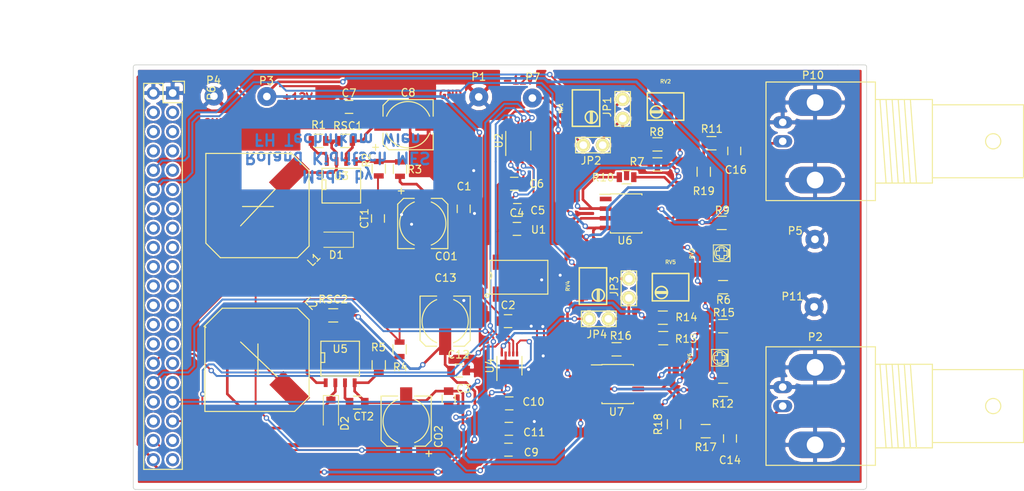
<source format=kicad_pcb>
(kicad_pcb (version 4) (host pcbnew 4.0.3-stable)
  (layers (0 F.Cu signal) (31 B.Cu signal) (34 B.Paste user) (35 F.Paste user) (36 B.SilkS user) (37 F.SilkS user) (38 B.Mask user) (39 F.Mask user) (44 Edge.Cuts user))
  (net 0 "")
  (net 1 GND)
  (net 2 +12V)
  (net 3 VDD3.3)
  (net 4 -12V)
  (net 5 "Net-(C5-Pad1)")
  (net 6 "Net-(C6-Pad1)")
  (net 7 VDD5)
  (net 8 "Net-(C10-Pad1)")
  (net 9 "Net-(C11-Pad1)")
  (net 10 "Net-(C14-Pad1)")
  (net 11 "Net-(C16-Pad1)")
  (net 12 "Net-(CT1-Pad1)")
  (net 13 "Net-(CT2-Pad1)")
  (net 14 "Net-(D1-Pad2)")
  (net 15 "Net-(D2-Pad1)")
  (net 16 /DAC0)
  (net 17 "Net-(JP1-Pad2)")
  (net 18 /OPV_DDS_OUT_1)
  (net 19 /DAC1)
  (net 20 "Net-(JP3-Pad2)")
  (net 21 /OPV_DDS_OUT_2)
  (net 22 "Net-(L1-Pad2)")
  (net 23 "Net-(P6-Pad3)")
  (net 24 "Net-(P6-Pad4)")
  (net 25 "Net-(P6-Pad5)")
  (net 26 "Net-(P6-Pad6)")
  (net 27 "Net-(P6-Pad7)")
  (net 28 "Net-(P6-Pad8)")
  (net 29 "Net-(P6-Pad9)")
  (net 30 P14.8)
  (net 31 "Net-(P6-Pad11)")
  (net 32 P14.9)
  (net 33 "Net-(P6-Pad13)")
  (net 34 "Net-(P6-Pad14)")
  (net 35 "Net-(P6-Pad15)")
  (net 36 "Net-(P6-Pad16)")
  (net 37 "Net-(P6-Pad17)")
  (net 38 "Net-(P6-Pad18)")
  (net 39 "Net-(P6-Pad19)")
  (net 40 "Net-(P6-Pad20)")
  (net 41 "Net-(P6-Pad21)")
  (net 42 "Net-(P6-Pad22)")
  (net 43 "Net-(P6-Pad23)")
  (net 44 "Net-(P6-Pad24)")
  (net 45 "Net-(P6-Pad25)")
  (net 46 "Net-(P6-Pad26)")
  (net 47 "Net-(P6-Pad27)")
  (net 48 "Net-(P6-Pad28)")
  (net 49 "Net-(P6-Pad29)")
  (net 50 P3.0)
  (net 51 "Net-(P6-Pad31)")
  (net 52 P0.1)
  (net 53 P0.9)
  (net 54 "Net-(P6-Pad34)")
  (net 55 P0.10)
  (net 56 "Net-(P6-Pad36)")
  (net 57 "Net-(P6-Pad37)")
  (net 58 "Net-(P6-Pad39)")
  (net 59 "Net-(R1-Pad1)")
  (net 60 "Net-(R2-Pad1)")
  (net 61 "Net-(R4-Pad1)")
  (net 62 "Net-(R6-Pad2)")
  (net 63 "Net-(R7-Pad1)")
  (net 64 "Net-(R10-Pad2)")
  (net 65 "Net-(R8-Pad2)")
  (net 66 "Net-(R9-Pad1)")
  (net 67 "Net-(R10-Pad1)")
  (net 68 "Net-(R12-Pad2)")
  (net 69 "Net-(R13-Pad1)")
  (net 70 "Net-(R14-Pad1)")
  (net 71 "Net-(R14-Pad2)")
  (net 72 "Net-(R15-Pad1)")
  (net 73 "Net-(R16-Pad1)")
  (net 74 "Net-(RSC2-Pad1)")
  (net 75 /NC)
  (net 76 "Net-(U1-Pad3)")
  (net 77 "Net-(R11-Pad2)")
  (net 78 "Net-(R17-Pad2)")
  (module Sockets_BNC:BNC_Socket_TYCO-AMP_LargePads (layer F.Cu) (at 156.9212 85.344 270)
    (fp_text reference P10 (at -8.6868 1.016 360) (layer F.SilkS))
    (fp_text value BNC_CH0)
    (pad 2 thru_hole oval (at -5.09778 0.7366 270) (size 3.50012 7.00024) (drill 2.19964) (layers *.Cu *.Mask) (net 1 GND))
    (pad 2 thru_hole oval (at 5.10032 0.7366 270) (size 3.50012 7.00024) (drill 2.19964) (layers *.Cu *.Mask) (net 1 GND))
    (pad 1 thru_hole oval (at 0 5.00126 270) (size 1.6002 2.49936) (drill 1.00076) (layers *.Cu *.Mask) (net 11 "Net-(C16-Pad1)"))
    (pad 2 thru_hole oval (at -2.49936 5.00126 270) (size 1.6002 2.49936) (drill 1.00076) (layers *.Cu *.Mask) (net 1 GND))
  )
  (module Capacitors_SMD:C_0805 (layer F.Cu) (at 109.9312 94.234 90)
    (fp_text reference C1 (at 2.9464 0.0508 180) (layer F.SilkS))
    (fp_text value 10nF)
    (pad 1 smd rect (at -1 0 90) (size 1 1.25) (layers F.Cu F.Paste F.Mask) (net 1 GND))
    (pad 2 smd rect (at 1 0 90) (size 1 1.25) (layers F.Cu F.Paste F.Mask) (net 2 +12V))
  )
  (module Capacitors_SMD:C_0805 (layer F.Cu) (at 115.7732 109.0168)
    (fp_text reference C2 (at 0 -2.1) (layer F.SilkS))
    (fp_text value 0.1uF)
    (pad 1 smd rect (at -1 0) (size 1 1.25) (layers F.Cu F.Paste F.Mask) (net 3 VDD3.3))
    (pad 2 smd rect (at 1 0) (size 1 1.25) (layers F.Cu F.Paste F.Mask) (net 1 GND))
  )
  (module Capacitors_SMD:C_0805 (layer F.Cu) (at 107.95 119.2276 90)
    (fp_text reference C3 (at 1.3208 1.9812 180) (layer F.SilkS))
    (fp_text value 10nF)
    (pad 1 smd rect (at -1 0 90) (size 1 1.25) (layers F.Cu F.Paste F.Mask) (net 1 GND))
    (pad 2 smd rect (at 1 0 90) (size 1 1.25) (layers F.Cu F.Paste F.Mask) (net 4 -12V))
  )
  (module Capacitors_SMD:C_0805 (layer F.Cu) (at 116.9416 96.8756)
    (fp_text reference C4 (at 0 -2.1) (layer F.SilkS))
    (fp_text value 0.1uF)
    (pad 1 smd rect (at -1 0) (size 1 1.25) (layers F.Cu F.Paste F.Mask) (net 3 VDD3.3))
    (pad 2 smd rect (at 1 0) (size 1 1.25) (layers F.Cu F.Paste F.Mask) (net 1 GND))
  )
  (module Capacitors_SMD:C_0805 (layer F.Cu) (at 116.9924 94.3864)
    (fp_text reference C5 (at 2.6924 0.0508) (layer F.SilkS))
    (fp_text value 0.1uF)
    (pad 1 smd rect (at -1 0) (size 1 1.25) (layers F.Cu F.Paste F.Mask) (net 5 "Net-(C5-Pad1)"))
    (pad 2 smd rect (at 1 0) (size 1 1.25) (layers F.Cu F.Paste F.Mask) (net 1 GND))
  )
  (module Capacitors_SMD:C_0805 (layer F.Cu) (at 116.586 90.932 180)
    (fp_text reference C6 (at -2.9464 0 180) (layer F.SilkS))
    (fp_text value 10nF)
    (pad 1 smd rect (at -1 0 180) (size 1 1.25) (layers F.Cu F.Paste F.Mask) (net 6 "Net-(C6-Pad1)"))
    (pad 2 smd rect (at 1 0 180) (size 1 1.25) (layers F.Cu F.Paste F.Mask) (net 3 VDD3.3))
  )
  (module Capacitors_SMD:C_0805 (layer F.Cu) (at 94.8436 80.8228 180)
    (fp_text reference C7 (at 0 1.8288 180) (layer F.SilkS))
    (fp_text value 10nF)
    (pad 1 smd rect (at -1 0 180) (size 1 1.25) (layers F.Cu F.Paste F.Mask) (net 7 VDD5))
    (pad 2 smd rect (at 1 0 180) (size 1 1.25) (layers F.Cu F.Paste F.Mask) (net 1 GND))
  )
  (module Capacitors_SMD:c_elec_6.3x7.7 (layer F.Cu) (at 102.616 83.1596)
    (fp_text reference C8 (at 0 -4.2164) (layer F.SilkS))
    (fp_text value 100uF)
    (fp_text user + (at -4.2799 2.9083) (layer F.SilkS))
    (pad 1 smd rect (at -2.7 0 180) (size 3.5 1.6) (layers F.Cu F.Paste F.Mask) (net 7 VDD5))
    (pad 2 smd rect (at 2.7 0 180) (size 3.5 1.6) (layers F.Cu F.Paste F.Mask) (net 1 GND))
  )
  (module Capacitors_SMD:C_0805 (layer F.Cu) (at 115.824 125.9332)
    (fp_text reference C9 (at 2.9972 0.3556) (layer F.SilkS))
    (fp_text value 0.1uF)
    (pad 1 smd rect (at -1 0) (size 1 1.25) (layers F.Cu F.Paste F.Mask) (net 3 VDD3.3))
    (pad 2 smd rect (at 1 0) (size 1 1.25) (layers F.Cu F.Paste F.Mask) (net 1 GND))
  )
  (module Capacitors_SMD:C_0805 (layer F.Cu) (at 115.8748 123.19)
    (fp_text reference C10 (at 3.2512 -3.556) (layer F.SilkS))
    (fp_text value 0.1uF)
    (pad 1 smd rect (at -1 0) (size 1 1.25) (layers F.Cu F.Paste F.Mask) (net 8 "Net-(C10-Pad1)"))
    (pad 2 smd rect (at 1 0) (size 1 1.25) (layers F.Cu F.Paste F.Mask) (net 1 GND))
  )
  (module Capacitors_SMD:C_0805 (layer F.Cu) (at 115.9256 119.8372 180)
    (fp_text reference C11 (at -3.302 -3.81 180) (layer F.SilkS))
    (fp_text value 10nF)
    (pad 1 smd rect (at -1 0 180) (size 1 1.25) (layers F.Cu F.Paste F.Mask) (net 9 "Net-(C11-Pad1)"))
    (pad 2 smd rect (at 1 0 180) (size 1 1.25) (layers F.Cu F.Paste F.Mask) (net 3 VDD3.3))
  )
  (module Capacitors_SMD:C_0805 (layer F.Cu) (at 109.2708 115.5192)
    (fp_text reference C12 (at 0 -2.1) (layer F.SilkS))
    (fp_text value 10nF)
    (pad 1 smd rect (at -1 0) (size 1 1.25) (layers F.Cu F.Paste F.Mask) (net 7 VDD5))
    (pad 2 smd rect (at 1 0) (size 1 1.25) (layers F.Cu F.Paste F.Mask) (net 1 GND))
  )
  (module Capacitors_SMD:c_elec_6.3x7.7 (layer F.Cu) (at 107.4928 109.0168 90)
    (fp_text reference C13 (at 5.6896 0.0508 180) (layer F.SilkS))
    (fp_text value 100uF)
    (fp_text user + (at -4.2799 2.9083 90) (layer F.SilkS))
    (pad 1 smd rect (at -2.7 0 270) (size 3.5 1.6) (layers F.Cu F.Paste F.Mask) (net 7 VDD5))
    (pad 2 smd rect (at 2.7 0 270) (size 3.5 1.6) (layers F.Cu F.Paste F.Mask) (net 1 GND))
  )
  (module Capacitors_SMD:C_0805 (layer F.Cu) (at 144.9832 124.46 270)
    (fp_text reference C14 (at 2.8448 0 360) (layer F.SilkS))
    (fp_text value 0.1uF)
    (pad 1 smd rect (at -1 0 270) (size 1 1.25) (layers F.Cu F.Paste F.Mask) (net 10 "Net-(C14-Pad1)"))
    (pad 2 smd rect (at 1 0 270) (size 1 1.25) (layers F.Cu F.Paste F.Mask) (net 1 GND))
  )
  (module Capacitors_SMD:C_0805 (layer F.Cu) (at 145.542 86.614 270)
    (fp_text reference C16 (at 2.4892 -0.2032 360) (layer F.SilkS))
    (fp_text value 0.1uF)
    (pad 1 smd rect (at -1 0 270) (size 1 1.25) (layers F.Cu F.Paste F.Mask) (net 11 "Net-(C16-Pad1)"))
    (pad 2 smd rect (at 1 0 270) (size 1 1.25) (layers F.Cu F.Paste F.Mask) (net 1 GND))
  )
  (module Capacitors_SMD:c_elec_6.3x7.7 (layer F.Cu) (at 104.5464 96.1644 270)
    (fp_text reference CO1 (at 4.318 -3.0988 360) (layer F.SilkS))
    (fp_text value 100uF)
    (fp_text user + (at -4.2799 2.9083 270) (layer F.SilkS))
    (pad 1 smd rect (at -2.7 0 90) (size 3.5 1.6) (layers F.Cu F.Paste F.Mask) (net 2 +12V))
    (pad 2 smd rect (at 2.7 0 90) (size 3.5 1.6) (layers F.Cu F.Paste F.Mask) (net 1 GND))
  )
  (module Capacitors_SMD:c_elec_6.3x7.7 (layer F.Cu) (at 102.362 122.174 90)
    (fp_text reference CO2 (at -2.032 4.2672 90) (layer F.SilkS))
    (fp_text value 100uF)
    (fp_text user + (at -4.2799 2.9083 90) (layer F.SilkS))
    (pad 1 smd rect (at -2.7 0 270) (size 3.5 1.6) (layers F.Cu F.Paste F.Mask) (net 1 GND))
    (pad 2 smd rect (at 2.7 0 270) (size 3.5 1.6) (layers F.Cu F.Paste F.Mask) (net 4 -12V))
  )
  (module Capacitors_SMD:C_0805 (layer F.Cu) (at 98.6536 95.504 90)
    (fp_text reference CT1 (at 0 -1.778 90) (layer F.SilkS))
    (fp_text value 270pF)
    (pad 1 smd rect (at -1 0 90) (size 1 1.25) (layers F.Cu F.Paste F.Mask) (net 12 "Net-(CT1-Pad1)"))
    (pad 2 smd rect (at 1 0 90) (size 1 1.25) (layers F.Cu F.Paste F.Mask) (net 1 GND))
  )
  (module Capacitors_SMD:C_0805 (layer F.Cu) (at 95.9104 119.7356)
    (fp_text reference CT2 (at 0.8636 1.8288) (layer F.SilkS))
    (fp_text value 1500pF)
    (pad 1 smd rect (at -1 0) (size 1 1.25) (layers F.Cu F.Paste F.Mask) (net 13 "Net-(CT2-Pad1)"))
    (pad 2 smd rect (at 1 0) (size 1 1.25) (layers F.Cu F.Paste F.Mask) (net 4 -12V))
  )
  (module Diodes_SMD:SOD-123 (layer F.Cu) (at 93.1672 98.298 180)
    (fp_text reference D1 (at 0 -2 180) (layer F.SilkS))
    (fp_text value 1N5819)
    (pad 1 smd rect (at -1.65 0 180) (size 0.9 1.2) (layers F.Cu F.Paste F.Mask) (net 2 +12V))
    (pad 2 smd rect (at 1.65 0 180) (size 0.9 1.2) (layers F.Cu F.Paste F.Mask) (net 14 "Net-(D1-Pad2)"))
  )
  (module Diodes_SMD:SOD-123 (layer F.Cu) (at 92.456 121.0564 270)
    (fp_text reference D2 (at 1.4224 -1.8288 270) (layer F.SilkS))
    (fp_text value 1N5819)
    (pad 1 smd rect (at -1.65 0 270) (size 0.9 1.2) (layers F.Cu F.Paste F.Mask) (net 15 "Net-(D2-Pad1)"))
    (pad 2 smd rect (at 1.65 0 270) (size 0.9 1.2) (layers F.Cu F.Paste F.Mask) (net 4 -12V))
  )
  (module Eigene_Footprints:2_jumper_2.54mm (layer F.Cu) (at 130.8608 79.8068 90)
    (fp_text reference JP1 (at -1.016 -2.04 90) (layer F.SilkS))
    (fp_text value JUMPER)
    (pad 1 thru_hole circle (at 0 0 90) (size 1.8 1.8) (drill 1) (layers *.Cu *.Mask F.SilkS) (net 16 /DAC0))
    (pad 2 thru_hole circle (at -2.54 0 90) (size 1.8 1.8) (drill 1) (layers *.Cu *.Mask F.SilkS) (net 17 "Net-(JP1-Pad2)"))
  )
  (module Eigene_Footprints:2_jumper_2.54mm (layer F.Cu) (at 125.6792 85.852 180)
    (fp_text reference JP2 (at -1.016 -2.04 180) (layer F.SilkS))
    (fp_text value JUMPER)
    (pad 1 thru_hole circle (at 0 0 180) (size 1.8 1.8) (drill 1) (layers *.Cu *.Mask F.SilkS) (net 18 /OPV_DDS_OUT_1))
    (pad 2 thru_hole circle (at -2.54 0 180) (size 1.8 1.8) (drill 1) (layers *.Cu *.Mask F.SilkS) (net 17 "Net-(JP1-Pad2)"))
  )
  (module Eigene_Footprints:2_jumper_2.54mm (layer F.Cu) (at 131.6736 103.4288 90)
    (fp_text reference JP3 (at -1.016 -1.9304 90) (layer F.SilkS))
    (fp_text value JUMPER)
    (pad 1 thru_hole circle (at 0 0 90) (size 1.8 1.8) (drill 1) (layers *.Cu *.Mask F.SilkS) (net 19 /DAC1))
    (pad 2 thru_hole circle (at -2.54 0 90) (size 1.8 1.8) (drill 1) (layers *.Cu *.Mask F.SilkS) (net 20 "Net-(JP3-Pad2)"))
  )
  (module Eigene_Footprints:2_jumper_2.54mm (layer F.Cu) (at 126.4412 108.712 180)
    (fp_text reference JP4 (at -1.016 -2.04 360) (layer F.SilkS))
    (fp_text value JUMPER)
    (pad 1 thru_hole circle (at 0 0 180) (size 1.8 1.8) (drill 1) (layers *.Cu *.Mask F.SilkS) (net 21 /OPV_DDS_OUT_2))
    (pad 2 thru_hole circle (at -2.54 0 180) (size 1.8 1.8) (drill 1) (layers *.Cu *.Mask F.SilkS) (net 20 "Net-(JP3-Pad2)"))
  )
  (module SMD_inductors:ELLCTP_inductor (layer F.Cu) (at 82.6008 93.9292)
    (fp_text reference L1 (at 7.62 6.985 225) (layer F.SilkS))
    (fp_text value 82uH hide)
    (pad 1 smd rect (at -3.937 4.191 315) (size 2.6 5) (layers F.Cu F.Paste F.Mask) (net 14 "Net-(D1-Pad2)"))
    (pad 2 smd rect (at 4.3815 -4.0355 315) (size 2.6 5) (layers F.Cu F.Paste F.Mask) (net 22 "Net-(L1-Pad2)"))
  )
  (module SMD_inductors:ELLCTP_inductor (layer F.Cu) (at 82.8548 114.3 90)
    (fp_text reference L2 (at 7.62 6.985 315) (layer F.SilkS))
    (fp_text value 82uH hide)
    (pad 1 smd rect (at -3.937 4.191 45) (size 2.6 5) (layers F.Cu F.Paste F.Mask) (net 1 GND))
    (pad 2 smd rect (at 4.3815 -4.0355 45) (size 2.6 5) (layers F.Cu F.Paste F.Mask) (net 15 "Net-(D2-Pad1)"))
  )
  (module Sockets_BNC:BNC_Socket_TYCO-AMP_LargePads (layer F.Cu) (at 156.9212 120.1928 270)
    (fp_text reference P2 (at -9.0932 0.7112 360) (layer F.SilkS))
    (fp_text value BNC_CH0)
    (pad 2 thru_hole oval (at -5.09778 0.7366 270) (size 3.50012 7.00024) (drill 2.19964) (layers *.Cu *.Mask) (net 1 GND))
    (pad 2 thru_hole oval (at 5.10032 0.7366 270) (size 3.50012 7.00024) (drill 2.19964) (layers *.Cu *.Mask) (net 1 GND))
    (pad 1 thru_hole oval (at 0 5.00126 270) (size 1.6002 2.49936) (drill 1.00076) (layers *.Cu *.Mask) (net 10 "Net-(C14-Pad1)"))
    (pad 2 thru_hole oval (at -2.49936 5.00126 270) (size 1.6002 2.49936) (drill 1.00076) (layers *.Cu *.Mask) (net 1 GND))
  )
  (module Socket_Strips:Socket_Strip_Straight_2x20 (layer F.Cu) (at 71.628 78.994 270)
    (fp_text reference P6 (at 0 -5.1 270) (layer F.SilkS))
    (fp_text value CONN_02X20)
    (pad 1 thru_hole rect (at 0 0 270) (size 1.7272 1.7272) (drill 1.016) (layers *.Cu *.Mask) (net 1 GND))
    (pad 2 thru_hole oval (at 0 2.54 270) (size 1.7272 1.7272) (drill 1.016) (layers *.Cu *.Mask) (net 1 GND))
    (pad 3 thru_hole oval (at 2.54 0 270) (size 1.7272 1.7272) (drill 1.016) (layers *.Cu *.Mask) (net 23 "Net-(P6-Pad3)"))
    (pad 4 thru_hole oval (at 2.54 2.54 270) (size 1.7272 1.7272) (drill 1.016) (layers *.Cu *.Mask) (net 24 "Net-(P6-Pad4)"))
    (pad 5 thru_hole oval (at 5.08 0 270) (size 1.7272 1.7272) (drill 1.016) (layers *.Cu *.Mask) (net 25 "Net-(P6-Pad5)"))
    (pad 6 thru_hole oval (at 5.08 2.54 270) (size 1.7272 1.7272) (drill 1.016) (layers *.Cu *.Mask) (net 26 "Net-(P6-Pad6)"))
    (pad 7 thru_hole oval (at 7.62 0 270) (size 1.7272 1.7272) (drill 1.016) (layers *.Cu *.Mask) (net 27 "Net-(P6-Pad7)"))
    (pad 8 thru_hole oval (at 7.62 2.54 270) (size 1.7272 1.7272) (drill 1.016) (layers *.Cu *.Mask) (net 28 "Net-(P6-Pad8)"))
    (pad 9 thru_hole oval (at 10.16 0 270) (size 1.7272 1.7272) (drill 1.016) (layers *.Cu *.Mask) (net 29 "Net-(P6-Pad9)"))
    (pad 10 thru_hole oval (at 10.16 2.54 270) (size 1.7272 1.7272) (drill 1.016) (layers *.Cu *.Mask) (net 30 P14.8))
    (pad 11 thru_hole oval (at 12.7 0 270) (size 1.7272 1.7272) (drill 1.016) (layers *.Cu *.Mask) (net 31 "Net-(P6-Pad11)"))
    (pad 12 thru_hole oval (at 12.7 2.54 270) (size 1.7272 1.7272) (drill 1.016) (layers *.Cu *.Mask) (net 32 P14.9))
    (pad 13 thru_hole oval (at 15.24 0 270) (size 1.7272 1.7272) (drill 1.016) (layers *.Cu *.Mask) (net 33 "Net-(P6-Pad13)"))
    (pad 14 thru_hole oval (at 15.24 2.54 270) (size 1.7272 1.7272) (drill 1.016) (layers *.Cu *.Mask) (net 34 "Net-(P6-Pad14)"))
    (pad 15 thru_hole oval (at 17.78 0 270) (size 1.7272 1.7272) (drill 1.016) (layers *.Cu *.Mask) (net 35 "Net-(P6-Pad15)"))
    (pad 16 thru_hole oval (at 17.78 2.54 270) (size 1.7272 1.7272) (drill 1.016) (layers *.Cu *.Mask) (net 36 "Net-(P6-Pad16)"))
    (pad 17 thru_hole oval (at 20.32 0 270) (size 1.7272 1.7272) (drill 1.016) (layers *.Cu *.Mask) (net 37 "Net-(P6-Pad17)"))
    (pad 18 thru_hole oval (at 20.32 2.54 270) (size 1.7272 1.7272) (drill 1.016) (layers *.Cu *.Mask) (net 38 "Net-(P6-Pad18)"))
    (pad 19 thru_hole oval (at 22.86 0 270) (size 1.7272 1.7272) (drill 1.016) (layers *.Cu *.Mask) (net 39 "Net-(P6-Pad19)"))
    (pad 20 thru_hole oval (at 22.86 2.54 270) (size 1.7272 1.7272) (drill 1.016) (layers *.Cu *.Mask) (net 40 "Net-(P6-Pad20)"))
    (pad 21 thru_hole oval (at 25.4 0 270) (size 1.7272 1.7272) (drill 1.016) (layers *.Cu *.Mask) (net 41 "Net-(P6-Pad21)"))
    (pad 22 thru_hole oval (at 25.4 2.54 270) (size 1.7272 1.7272) (drill 1.016) (layers *.Cu *.Mask) (net 42 "Net-(P6-Pad22)"))
    (pad 23 thru_hole oval (at 27.94 0 270) (size 1.7272 1.7272) (drill 1.016) (layers *.Cu *.Mask) (net 43 "Net-(P6-Pad23)"))
    (pad 24 thru_hole oval (at 27.94 2.54 270) (size 1.7272 1.7272) (drill 1.016) (layers *.Cu *.Mask) (net 44 "Net-(P6-Pad24)"))
    (pad 25 thru_hole oval (at 30.48 0 270) (size 1.7272 1.7272) (drill 1.016) (layers *.Cu *.Mask) (net 45 "Net-(P6-Pad25)"))
    (pad 26 thru_hole oval (at 30.48 2.54 270) (size 1.7272 1.7272) (drill 1.016) (layers *.Cu *.Mask) (net 46 "Net-(P6-Pad26)"))
    (pad 27 thru_hole oval (at 33.02 0 270) (size 1.7272 1.7272) (drill 1.016) (layers *.Cu *.Mask) (net 47 "Net-(P6-Pad27)"))
    (pad 28 thru_hole oval (at 33.02 2.54 270) (size 1.7272 1.7272) (drill 1.016) (layers *.Cu *.Mask) (net 48 "Net-(P6-Pad28)"))
    (pad 29 thru_hole oval (at 35.56 0 270) (size 1.7272 1.7272) (drill 1.016) (layers *.Cu *.Mask) (net 49 "Net-(P6-Pad29)"))
    (pad 30 thru_hole oval (at 35.56 2.54 270) (size 1.7272 1.7272) (drill 1.016) (layers *.Cu *.Mask) (net 50 P3.0))
    (pad 31 thru_hole oval (at 38.1 0 270) (size 1.7272 1.7272) (drill 1.016) (layers *.Cu *.Mask) (net 51 "Net-(P6-Pad31)"))
    (pad 32 thru_hole oval (at 38.1 2.54 270) (size 1.7272 1.7272) (drill 1.016) (layers *.Cu *.Mask) (net 52 P0.1))
    (pad 33 thru_hole oval (at 40.64 0 270) (size 1.7272 1.7272) (drill 1.016) (layers *.Cu *.Mask) (net 53 P0.9))
    (pad 34 thru_hole oval (at 40.64 2.54 270) (size 1.7272 1.7272) (drill 1.016) (layers *.Cu *.Mask) (net 54 "Net-(P6-Pad34)"))
    (pad 35 thru_hole oval (at 43.18 0 270) (size 1.7272 1.7272) (drill 1.016) (layers *.Cu *.Mask) (net 55 P0.10))
    (pad 36 thru_hole oval (at 43.18 2.54 270) (size 1.7272 1.7272) (drill 1.016) (layers *.Cu *.Mask) (net 56 "Net-(P6-Pad36)"))
    (pad 37 thru_hole oval (at 45.72 0 270) (size 1.7272 1.7272) (drill 1.016) (layers *.Cu *.Mask) (net 57 "Net-(P6-Pad37)"))
    (pad 38 thru_hole oval (at 45.72 2.54 270) (size 1.7272 1.7272) (drill 1.016) (layers *.Cu *.Mask) (net 3 VDD3.3))
    (pad 39 thru_hole oval (at 48.26 0 270) (size 1.7272 1.7272) (drill 1.016) (layers *.Cu *.Mask) (net 58 "Net-(P6-Pad39)"))
    (pad 40 thru_hole oval (at 48.26 2.54 270) (size 1.7272 1.7272) (drill 1.016) (layers *.Cu *.Mask) (net 7 VDD5))
  )
  (module Resistors_SMD:R_0805 (layer F.Cu) (at 90.8304 85.2932)
    (fp_text reference R1 (at 0 -2.1) (layer F.SilkS))
    (fp_text value 180R)
    (pad 1 smd rect (at -0.95 0) (size 0.7 1.3) (layers F.Cu F.Paste F.Mask) (net 59 "Net-(R1-Pad1)"))
    (pad 2 smd rect (at 0.95 0) (size 0.7 1.3) (layers F.Cu F.Paste F.Mask) (net 22 "Net-(L1-Pad2)"))
  )
  (module Resistors_SMD:R_0805 (layer F.Cu) (at 98.7552 88.9508 270)
    (fp_text reference R2 (at -1.1176 1.6256 270) (layer F.SilkS))
    (fp_text value 1.5k)
    (pad 1 smd rect (at -0.95 0 270) (size 0.7 1.3) (layers F.Cu F.Paste F.Mask) (net 60 "Net-(R2-Pad1)"))
    (pad 2 smd rect (at 0.95 0 270) (size 0.7 1.3) (layers F.Cu F.Paste F.Mask) (net 1 GND))
  )
  (module Resistors_SMD:R_0805 (layer F.Cu) (at 101.5492 89.0016 90)
    (fp_text reference R3 (at -0.0508 1.9304 180) (layer F.SilkS))
    (fp_text value 13k)
    (pad 1 smd rect (at -0.95 0 90) (size 0.7 1.3) (layers F.Cu F.Paste F.Mask) (net 2 +12V))
    (pad 2 smd rect (at 0.95 0 90) (size 0.7 1.3) (layers F.Cu F.Paste F.Mask) (net 60 "Net-(R2-Pad1)"))
  )
  (module Resistors_SMD:R_0805 (layer F.Cu) (at 101.4984 112.7252 90)
    (fp_text reference R4 (at -2.3368 0.1016 180) (layer F.SilkS))
    (fp_text value 8.2k)
    (pad 1 smd rect (at -0.95 0 90) (size 0.7 1.3) (layers F.Cu F.Paste F.Mask) (net 61 "Net-(R4-Pad1)"))
    (pad 2 smd rect (at 0.95 0 90) (size 0.7 1.3) (layers F.Cu F.Paste F.Mask) (net 1 GND))
  )
  (module Resistors_SMD:R_0805 (layer F.Cu) (at 98.7552 114.808 90)
    (fp_text reference R5 (at 2.3368 -0.0508 180) (layer F.SilkS))
    (fp_text value 953)
    (pad 1 smd rect (at -0.95 0 90) (size 0.7 1.3) (layers F.Cu F.Paste F.Mask) (net 4 -12V))
    (pad 2 smd rect (at 0.95 0 90) (size 0.7 1.3) (layers F.Cu F.Paste F.Mask) (net 61 "Net-(R4-Pad1)"))
  )
  (module Resistors_SMD:R_0805 (layer F.Cu) (at 144.0688 104.5464)
    (fp_text reference R6 (at 0.0508 1.6764) (layer F.SilkS))
    (fp_text value 820R)
    (pad 1 smd rect (at -0.95 0) (size 0.7 1.3) (layers F.Cu F.Paste F.Mask) (net 4 -12V))
    (pad 2 smd rect (at 0.95 0) (size 0.7 1.3) (layers F.Cu F.Paste F.Mask) (net 62 "Net-(R6-Pad2)"))
  )
  (module Resistors_SMD:R_0805 (layer F.Cu) (at 135.4328 88.392 180)
    (fp_text reference R7 (at 2.6924 0.3556 180) (layer F.SilkS))
    (fp_text value 100R)
    (pad 1 smd rect (at -0.95 0 180) (size 0.7 1.3) (layers F.Cu F.Paste F.Mask) (net 63 "Net-(R7-Pad1)"))
    (pad 2 smd rect (at 0.95 0 180) (size 0.7 1.3) (layers F.Cu F.Paste F.Mask) (net 17 "Net-(JP1-Pad2)"))
  )
  (module Resistors_SMD:R_0805 (layer F.Cu) (at 135.4328 85.7504 180)
    (fp_text reference R8 (at 0.1016 1.6256 180) (layer F.SilkS))
    (fp_text value 1k)
    (pad 1 smd rect (at -0.95 0 180) (size 0.7 1.3) (layers F.Cu F.Paste F.Mask) (net 64 "Net-(R10-Pad2)"))
    (pad 2 smd rect (at 0.95 0 180) (size 0.7 1.3) (layers F.Cu F.Paste F.Mask) (net 65 "Net-(R8-Pad2)"))
  )
  (module Resistors_SMD:R_0805 (layer F.Cu) (at 143.891 96.0882 180)
    (fp_text reference R9 (at -0.0762 1.651 180) (layer F.SilkS))
    (fp_text value 820R)
    (pad 1 smd rect (at -0.95 0 180) (size 0.7 1.3) (layers F.Cu F.Paste F.Mask) (net 66 "Net-(R9-Pad1)"))
    (pad 2 smd rect (at 0.95 0 180) (size 0.7 1.3) (layers F.Cu F.Paste F.Mask) (net 2 +12V))
  )
  (module Resistors_SMD:R_0805 (layer F.Cu) (at 131.3688 90.0684 180)
    (fp_text reference R10 (at 3.0988 -0.0508 180) (layer F.SilkS))
    (fp_text value 30k)
    (pad 1 smd rect (at -0.95 0 180) (size 0.7 1.3) (layers F.Cu F.Paste F.Mask) (net 67 "Net-(R10-Pad1)"))
    (pad 2 smd rect (at 0.95 0 180) (size 0.7 1.3) (layers F.Cu F.Paste F.Mask) (net 64 "Net-(R10-Pad2)"))
  )
  (module Resistors_SMD:R_0805 (layer F.Cu) (at 142.5448 85.598 180)
    (fp_text reference R11 (at -0.0508 1.8796 360) (layer F.SilkS))
    (fp_text value 0R)
    (pad 1 smd rect (at -0.95 0 180) (size 0.7 1.3) (layers F.Cu F.Paste F.Mask) (net 11 "Net-(C16-Pad1)"))
    (pad 2 smd rect (at 0.95 0 180) (size 0.7 1.3) (layers F.Cu F.Paste F.Mask) (net 77 "Net-(R11-Pad2)"))
  )
  (module Resistors_SMD:R_0805 (layer F.Cu) (at 144.0688 118.0592)
    (fp_text reference R12 (at -0.0508 1.8288) (layer F.SilkS))
    (fp_text value 820R)
    (pad 1 smd rect (at -0.95 0) (size 0.7 1.3) (layers F.Cu F.Paste F.Mask) (net 4 -12V))
    (pad 2 smd rect (at 0.95 0) (size 0.7 1.3) (layers F.Cu F.Paste F.Mask) (net 68 "Net-(R12-Pad2)"))
  )
  (module Resistors_SMD:R_0805 (layer F.Cu) (at 136.1948 111.252 180)
    (fp_text reference R13 (at -2.9972 -0.1016 180) (layer F.SilkS))
    (fp_text value 100R)
    (pad 1 smd rect (at -0.95 0 180) (size 0.7 1.3) (layers F.Cu F.Paste F.Mask) (net 69 "Net-(R13-Pad1)"))
    (pad 2 smd rect (at 0.95 0 180) (size 0.7 1.3) (layers F.Cu F.Paste F.Mask) (net 20 "Net-(JP3-Pad2)"))
  )
  (module Resistors_SMD:R_0805 (layer F.Cu) (at 136.144 108.5596)
    (fp_text reference R14 (at 3.0988 -0.0508) (layer F.SilkS))
    (fp_text value 1k)
    (pad 1 smd rect (at -0.95 0) (size 0.7 1.3) (layers F.Cu F.Paste F.Mask) (net 70 "Net-(R14-Pad1)"))
    (pad 2 smd rect (at 0.95 0) (size 0.7 1.3) (layers F.Cu F.Paste F.Mask) (net 71 "Net-(R14-Pad2)"))
  )
  (module Resistors_SMD:R_0805 (layer F.Cu) (at 144.0688 109.6772 180)
    (fp_text reference R15 (at -0.1016 1.778 180) (layer F.SilkS))
    (fp_text value 820R)
    (pad 1 smd rect (at -0.95 0 180) (size 0.7 1.3) (layers F.Cu F.Paste F.Mask) (net 72 "Net-(R15-Pad1)"))
    (pad 2 smd rect (at 0.95 0 180) (size 0.7 1.3) (layers F.Cu F.Paste F.Mask) (net 2 +12V))
  )
  (module Resistors_SMD:R_0805 (layer F.Cu) (at 130.048 112.7252 180)
    (fp_text reference R16 (at -0.5588 1.778 180) (layer F.SilkS))
    (fp_text value 30k)
    (pad 1 smd rect (at -0.95 0 180) (size 0.7 1.3) (layers F.Cu F.Paste F.Mask) (net 73 "Net-(R16-Pad1)"))
    (pad 2 smd rect (at 0.95 0 180) (size 0.7 1.3) (layers F.Cu F.Paste F.Mask) (net 70 "Net-(R14-Pad1)"))
  )
  (module Resistors_SMD:R_0805 (layer F.Cu) (at 141.7828 123.4948 180)
    (fp_text reference R17 (at 0 -2.1 180) (layer F.SilkS))
    (fp_text value 0R)
    (pad 1 smd rect (at -0.95 0 180) (size 0.7 1.3) (layers F.Cu F.Paste F.Mask) (net 10 "Net-(C14-Pad1)"))
    (pad 2 smd rect (at 0.95 0 180) (size 0.7 1.3) (layers F.Cu F.Paste F.Mask) (net 78 "Net-(R17-Pad2)"))
  )
  (module Resistors_SMD:R_0805 (layer F.Cu) (at 94.3356 85.2932)
    (fp_text reference RSC1 (at 0.3556 -1.9812) (layer F.SilkS))
    (fp_text value 0.47R)
    (pad 1 smd rect (at -0.95 0) (size 0.7 1.3) (layers F.Cu F.Paste F.Mask) (net 22 "Net-(L1-Pad2)"))
    (pad 2 smd rect (at 0.95 0) (size 0.7 1.3) (layers F.Cu F.Paste F.Mask) (net 7 VDD5))
  )
  (module Resistors_SMD:R_0805 (layer F.Cu) (at 92.7608 108.2548)
    (fp_text reference RSC2 (at 0 -2.1) (layer F.SilkS))
    (fp_text value 0,220R)
    (pad 1 smd rect (at -0.95 0) (size 0.7 1.3) (layers F.Cu F.Paste F.Mask) (net 74 "Net-(RSC2-Pad1)"))
    (pad 2 smd rect (at 0.95 0) (size 0.7 1.3) (layers F.Cu F.Paste F.Mask) (net 7 VDD5))
  )
  (module SMD_resistor:trim_bourns_3214w (layer F.Cu) (at 126.0348 80.9752 90)
    (fp_text reference RV1 (at 0 -3.29946 90) (layer F.SilkS) (effects (font (size 0.50038 0.50038) (thickness 0.09906))))
    (fp_text value 1k hide)
    (pad 3 smd rect (at -1.24968 -1.45034 90) (size 1.30048 1.6002) (layers F.Cu F.Paste F.Mask) (net 1 GND))
    (pad 2 smd rect (at 0 1.45034 90) (size 1.99898 1.6002) (layers F.Cu F.Paste F.Mask) (net 16 /DAC0))
    (pad 1 smd rect (at 1.24968 -1.45034 90) (size 1.30048 1.6002) (layers F.Cu F.Paste F.Mask) (net 30 P14.8))
  )
  (module SMD_resistor:trim_bourns_3214w (layer F.Cu) (at 136.4996 80.772)
    (fp_text reference RV2 (at 0 -3.29946) (layer F.SilkS) (effects (font (size 0.50038 0.50038) (thickness 0.09906))))
    (fp_text value 1k hide)
    (pad 3 smd rect (at -1.24968 -1.45034) (size 1.30048 1.6002) (layers F.Cu F.Paste F.Mask) (net 1 GND))
    (pad 2 smd rect (at 0 1.45034) (size 1.99898 1.6002) (layers F.Cu F.Paste F.Mask) (net 65 "Net-(R8-Pad2)"))
    (pad 1 smd rect (at 1.24968 -1.45034) (size 1.30048 1.6002) (layers F.Cu F.Paste F.Mask) (net 75 /NC))
  )
  (module SMD_resistor:trim_bourns_3214w (layer F.Cu) (at 126.9492 104.394 90)
    (fp_text reference RV4 (at 0 -3.29946 90) (layer F.SilkS) (effects (font (size 0.50038 0.50038) (thickness 0.09906))))
    (fp_text value 1k hide)
    (pad 3 smd rect (at -1.24968 -1.45034 90) (size 1.30048 1.6002) (layers F.Cu F.Paste F.Mask) (net 1 GND))
    (pad 2 smd rect (at 0 1.45034 90) (size 1.99898 1.6002) (layers F.Cu F.Paste F.Mask) (net 19 /DAC1))
    (pad 1 smd rect (at 1.24968 -1.45034 90) (size 1.30048 1.6002) (layers F.Cu F.Paste F.Mask) (net 32 P14.9))
  )
  (module SMD_resistor:trim_bourns_3214w (layer F.Cu) (at 137.16 104.5464)
    (fp_text reference RV5 (at 0 -3.29946) (layer F.SilkS) (effects (font (size 0.50038 0.50038) (thickness 0.09906))))
    (fp_text value 1k hide)
    (pad 3 smd rect (at -1.24968 -1.45034) (size 1.30048 1.6002) (layers F.Cu F.Paste F.Mask) (net 1 GND))
    (pad 2 smd rect (at 0 1.45034) (size 1.99898 1.6002) (layers F.Cu F.Paste F.Mask) (net 71 "Net-(R14-Pad2)"))
    (pad 1 smd rect (at 1.24968 -1.45034) (size 1.30048 1.6002) (layers F.Cu F.Paste F.Mask) (net 75 /NC))
  )
  (module Eigene_Footprints:Oscillator_7_mal_5mm_SMD (layer F.Cu) (at 119.7356 105.4608)
    (fp_text reference U1 (at 0.0508 -8.4836) (layer F.SilkS))
    (fp_text value OSCILLATOR_SMD_16MHz hide)
    (pad 4 smd rect (at -5.08 -4.2) (size 1.8 2) (layers F.Cu F.Paste F.Mask) (net 3 VDD3.3))
    (pad 3 smd rect (at 0 -4.2) (size 1.8 2) (layers F.Cu F.Paste F.Mask) (net 76 "Net-(U1-Pad3)"))
    (pad 2 smd rect (at 0 0) (size 1.8 2) (layers F.Cu F.Paste F.Mask) (net 1 GND))
    (pad 1 smd rect (at -5.08 0) (size 1.8 2) (layers F.Cu F.Paste F.Mask) (net 3 VDD3.3))
  )
  (module Housings_DFN_QFN:DFN-10-1EP_3x3mm_Pitch0.5mm (layer F.Cu) (at 117.1194 85.2678 90)
    (fp_text reference U2 (at 0 -2.575 90) (layer F.SilkS))
    (fp_text value AD9837)
    (pad 1 smd rect (at -1.55 -1 90) (size 0.65 0.3) (layers F.Cu F.Paste F.Mask) (net 6 "Net-(C6-Pad1)"))
    (pad 2 smd rect (at -1.55 -0.5 90) (size 0.65 0.3) (layers F.Cu F.Paste F.Mask) (net 3 VDD3.3))
    (pad 3 smd rect (at -1.55 0 90) (size 0.65 0.3) (layers F.Cu F.Paste F.Mask) (net 5 "Net-(C5-Pad1)"))
    (pad 4 smd rect (at -1.55 0.5 90) (size 0.65 0.3) (layers F.Cu F.Paste F.Mask) (net 1 GND))
    (pad 5 smd rect (at -1.55 1 90) (size 0.65 0.3) (layers F.Cu F.Paste F.Mask) (net 76 "Net-(U1-Pad3)"))
    (pad 6 smd rect (at 1.55 1 90) (size 0.65 0.3) (layers F.Cu F.Paste F.Mask) (net 52 P0.1))
    (pad 7 smd rect (at 1.55 0.5 90) (size 0.65 0.3) (layers F.Cu F.Paste F.Mask) (net 55 P0.10))
    (pad 8 smd rect (at 1.55 0 90) (size 0.65 0.3) (layers F.Cu F.Paste F.Mask) (net 53 P0.9))
    (pad 9 smd rect (at 1.55 -0.5 90) (size 0.65 0.3) (layers F.Cu F.Paste F.Mask) (net 1 GND))
    (pad 10 smd rect (at 1.55 -1 90) (size 0.65 0.3) (layers F.Cu F.Paste F.Mask) (net 18 /OPV_DDS_OUT_1))
    (pad 11 smd rect (at 0.3875 0.62 90) (size 0.775 1.24) (layers F.Cu F.Paste F.Mask))
    (pad 11 smd rect (at 0.3875 -0.62 90) (size 0.775 1.24) (layers F.Cu F.Paste F.Mask))
    (pad 11 smd rect (at -0.3875 0.62 90) (size 0.775 1.24) (layers F.Cu F.Paste F.Mask))
    (pad 11 smd rect (at -0.3875 -0.62 90) (size 0.775 1.24) (layers F.Cu F.Paste F.Mask))
  )
  (module SMD_Packages:SOIC-8-N (layer F.Cu) (at 93.8276 91.186)
    (fp_text reference U3 (at 0 -1.27) (layer F.SilkS))
    (fp_text value MC34063A)
    (pad 8 smd rect (at -1.905 -3.175) (size 0.508 1.143) (layers F.Cu F.Paste F.Mask) (net 59 "Net-(R1-Pad1)"))
    (pad 7 smd rect (at -0.635 -3.175) (size 0.508 1.143) (layers F.Cu F.Paste F.Mask) (net 22 "Net-(L1-Pad2)"))
    (pad 6 smd rect (at 0.635 -3.175) (size 0.508 1.143) (layers F.Cu F.Paste F.Mask) (net 7 VDD5))
    (pad 5 smd rect (at 1.905 -3.175) (size 0.508 1.143) (layers F.Cu F.Paste F.Mask) (net 60 "Net-(R2-Pad1)"))
    (pad 4 smd rect (at 1.905 3.175) (size 0.508 1.143) (layers F.Cu F.Paste F.Mask) (net 1 GND))
    (pad 3 smd rect (at 0.635 3.175) (size 0.508 1.143) (layers F.Cu F.Paste F.Mask) (net 12 "Net-(CT1-Pad1)"))
    (pad 2 smd rect (at -0.635 3.175) (size 0.508 1.143) (layers F.Cu F.Paste F.Mask) (net 1 GND))
    (pad 1 smd rect (at -1.905 3.175) (size 0.508 1.143) (layers F.Cu F.Paste F.Mask) (net 14 "Net-(D1-Pad2)"))
  )
  (module Housings_DFN_QFN:DFN-10-1EP_3x3mm_Pitch0.5mm (layer F.Cu) (at 115.951 114.8842 90)
    (fp_text reference U4 (at 0 -2.575 90) (layer F.SilkS))
    (fp_text value AD9837)
    (pad 1 smd rect (at -1.55 -1 90) (size 0.65 0.3) (layers F.Cu F.Paste F.Mask) (net 9 "Net-(C11-Pad1)"))
    (pad 2 smd rect (at -1.55 -0.5 90) (size 0.65 0.3) (layers F.Cu F.Paste F.Mask) (net 3 VDD3.3))
    (pad 3 smd rect (at -1.55 0 90) (size 0.65 0.3) (layers F.Cu F.Paste F.Mask) (net 8 "Net-(C10-Pad1)"))
    (pad 4 smd rect (at -1.55 0.5 90) (size 0.65 0.3) (layers F.Cu F.Paste F.Mask) (net 1 GND))
    (pad 5 smd rect (at -1.55 1 90) (size 0.65 0.3) (layers F.Cu F.Paste F.Mask) (net 76 "Net-(U1-Pad3)"))
    (pad 6 smd rect (at 1.55 1 90) (size 0.65 0.3) (layers F.Cu F.Paste F.Mask) (net 52 P0.1))
    (pad 7 smd rect (at 1.55 0.5 90) (size 0.65 0.3) (layers F.Cu F.Paste F.Mask) (net 55 P0.10))
    (pad 8 smd rect (at 1.55 0 90) (size 0.65 0.3) (layers F.Cu F.Paste F.Mask) (net 50 P3.0))
    (pad 9 smd rect (at 1.55 -0.5 90) (size 0.65 0.3) (layers F.Cu F.Paste F.Mask) (net 1 GND))
    (pad 10 smd rect (at 1.55 -1 90) (size 0.65 0.3) (layers F.Cu F.Paste F.Mask) (net 21 /OPV_DDS_OUT_2))
    (pad 11 smd rect (at 0.3875 0.62 90) (size 0.775 1.24) (layers F.Cu F.Paste F.Mask))
    (pad 11 smd rect (at 0.3875 -0.62 90) (size 0.775 1.24) (layers F.Cu F.Paste F.Mask))
    (pad 11 smd rect (at -0.3875 0.62 90) (size 0.775 1.24) (layers F.Cu F.Paste F.Mask))
    (pad 11 smd rect (at -0.3875 -0.62 90) (size 0.775 1.24) (layers F.Cu F.Paste F.Mask))
  )
  (module SMD_Packages:SOIC-8-N (layer F.Cu) (at 93.6752 113.9444)
    (fp_text reference U5 (at 0 -1.27) (layer F.SilkS))
    (fp_text value MC34063A)
    (pad 8 smd rect (at -1.905 -3.175) (size 0.508 1.143) (layers F.Cu F.Paste F.Mask) (net 74 "Net-(RSC2-Pad1)"))
    (pad 7 smd rect (at -0.635 -3.175) (size 0.508 1.143) (layers F.Cu F.Paste F.Mask) (net 74 "Net-(RSC2-Pad1)"))
    (pad 6 smd rect (at 0.635 -3.175) (size 0.508 1.143) (layers F.Cu F.Paste F.Mask) (net 7 VDD5))
    (pad 5 smd rect (at 1.905 -3.175) (size 0.508 1.143) (layers F.Cu F.Paste F.Mask) (net 61 "Net-(R4-Pad1)"))
    (pad 4 smd rect (at 1.905 3.175) (size 0.508 1.143) (layers F.Cu F.Paste F.Mask) (net 4 -12V))
    (pad 3 smd rect (at 0.635 3.175) (size 0.508 1.143) (layers F.Cu F.Paste F.Mask) (net 13 "Net-(CT2-Pad1)"))
    (pad 2 smd rect (at -0.635 3.175) (size 0.508 1.143) (layers F.Cu F.Paste F.Mask) (net 15 "Net-(D2-Pad1)"))
    (pad 1 smd rect (at -1.905 3.175) (size 0.508 1.143) (layers F.Cu F.Paste F.Mask) (net 74 "Net-(RSC2-Pad1)"))
  )
  (module Housings_SOIC:SOIC-8_3.9x4.9mm_Pitch1.27mm (layer F.Cu) (at 131.318 94.8436)
    (fp_text reference U6 (at -0.1524 3.556) (layer F.SilkS))
    (fp_text value LM7171)
    (pad 1 smd rect (at -2.7 -1.905) (size 1.55 0.6) (layers F.Cu F.Paste F.Mask))
    (pad 2 smd rect (at -2.7 -0.635) (size 1.55 0.6) (layers F.Cu F.Paste F.Mask) (net 64 "Net-(R10-Pad2)"))
    (pad 3 smd rect (at -2.7 0.635) (size 1.55 0.6) (layers F.Cu F.Paste F.Mask) (net 63 "Net-(R7-Pad1)"))
    (pad 4 smd rect (at -2.7 1.905) (size 1.55 0.6) (layers F.Cu F.Paste F.Mask) (net 4 -12V))
    (pad 5 smd rect (at 2.7 1.905) (size 1.55 0.6) (layers F.Cu F.Paste F.Mask))
    (pad 6 smd rect (at 2.7 0.635) (size 1.55 0.6) (layers F.Cu F.Paste F.Mask) (net 67 "Net-(R10-Pad1)"))
    (pad 7 smd rect (at 2.7 -0.635) (size 1.55 0.6) (layers F.Cu F.Paste F.Mask) (net 2 +12V))
    (pad 8 smd rect (at 2.7 -1.905) (size 1.55 0.6) (layers F.Cu F.Paste F.Mask))
  )
  (module Housings_SOIC:SOIC-8_3.9x4.9mm_Pitch1.27mm (layer F.Cu) (at 130.2004 117.2972)
    (fp_text reference U7 (at -0.1524 3.6576) (layer F.SilkS))
    (fp_text value LM7171)
    (pad 1 smd rect (at -2.7 -1.905) (size 1.55 0.6) (layers F.Cu F.Paste F.Mask))
    (pad 2 smd rect (at -2.7 -0.635) (size 1.55 0.6) (layers F.Cu F.Paste F.Mask) (net 70 "Net-(R14-Pad1)"))
    (pad 3 smd rect (at -2.7 0.635) (size 1.55 0.6) (layers F.Cu F.Paste F.Mask) (net 69 "Net-(R13-Pad1)"))
    (pad 4 smd rect (at -2.7 1.905) (size 1.55 0.6) (layers F.Cu F.Paste F.Mask) (net 4 -12V))
    (pad 5 smd rect (at 2.7 1.905) (size 1.55 0.6) (layers F.Cu F.Paste F.Mask))
    (pad 6 smd rect (at 2.7 0.635) (size 1.55 0.6) (layers F.Cu F.Paste F.Mask) (net 73 "Net-(R16-Pad1)"))
    (pad 7 smd rect (at 2.7 -0.635) (size 1.55 0.6) (layers F.Cu F.Paste F.Mask) (net 2 +12V))
    (pad 8 smd rect (at 2.7 -1.905) (size 1.55 0.6) (layers F.Cu F.Paste F.Mask))
  )
  (module Wire_Pads:SolderWirePad_single_1mmDrill (layer F.Cu) (at 111.9124 79.502)
    (fp_text reference P1 (at 0 -2.6416) (layer F.SilkS))
    (fp_text value CONN_01X01)
    (pad 1 thru_hole circle (at 0 0) (size 2.49936 2.49936) (drill 1.00076) (layers *.Cu *.Mask) (net 1 GND))
  )
  (module Wire_Pads:SolderWirePad_single_1mmDrill (layer F.Cu) (at 84.0232 79.4512)
    (fp_text reference P3 (at -0.0508 -2.0828) (layer F.SilkS))
    (fp_text value CONN_01X01)
    (pad 1 thru_hole circle (at 0 0) (size 2.49936 2.49936) (drill 1.00076) (layers *.Cu *.Mask) (net 2 +12V))
  )
  (module Wire_Pads:SolderWirePad_single_1mmDrill (layer F.Cu) (at 77.0636 79.4004)
    (fp_text reference P4 (at -0.0508 -2.0828) (layer F.SilkS))
    (fp_text value CONN_01X01)
    (pad 1 thru_hole circle (at 0 0) (size 2.49936 2.49936) (drill 1.00076) (layers *.Cu *.Mask) (net 1 GND))
  )
  (module Wire_Pads:SolderWirePad_single_1mmDrill (layer F.Cu) (at 156.1592 98.2472)
    (fp_text reference P5 (at -2.5908 -1.1176) (layer F.SilkS))
    (fp_text value CONN_01X01)
    (pad 1 thru_hole circle (at 0 0) (size 2.49936 2.49936) (drill 1.00076) (layers *.Cu *.Mask) (net 1 GND))
  )
  (module Wire_Pads:SolderWirePad_single_1mmDrill (layer F.Cu) (at 118.9736 79.6544)
    (fp_text reference P7 (at 0.0508 -2.7432) (layer F.SilkS))
    (fp_text value CONN_01X01)
    (pad 1 thru_hole circle (at 0 0) (size 2.49936 2.49936) (drill 1.00076) (layers *.Cu *.Mask) (net 4 -12V))
  )
  (module Wire_Pads:SolderWirePad_single_1mmDrill (layer F.Cu) (at 156.0576 107.1372)
    (fp_text reference P11 (at -2.8448 -1.3716) (layer F.SilkS))
    (fp_text value CONN_01X01)
    (pad 1 thru_hole circle (at 0 0) (size 2.49936 2.49936) (drill 1.00076) (layers *.Cu *.Mask) (net 1 GND))
  )
  (module Resistors_SMD:R_0805 (layer F.Cu) (at 137.6172 122.5804 90)
    (fp_text reference R18 (at 0 -2.1 90) (layer F.SilkS))
    (fp_text value 50R)
    (pad 1 smd rect (at -0.95 0 90) (size 0.7 1.3) (layers F.Cu F.Paste F.Mask) (net 78 "Net-(R17-Pad2)"))
    (pad 2 smd rect (at 0.95 0 90) (size 0.7 1.3) (layers F.Cu F.Paste F.Mask) (net 73 "Net-(R16-Pad1)"))
  )
  (module Resistors_SMD:R_0805 (layer F.Cu) (at 141.5288 89.3572 270)
    (fp_text reference R19 (at 2.54 0 360) (layer F.SilkS))
    (fp_text value 50R)
    (pad 1 smd rect (at -0.95 0 270) (size 0.7 1.3) (layers F.Cu F.Paste F.Mask) (net 77 "Net-(R11-Pad2)"))
    (pad 2 smd rect (at 0.95 0 270) (size 0.7 1.3) (layers F.Cu F.Paste F.Mask) (net 67 "Net-(R10-Pad1)"))
  )
  (module Eigene_Footprints:trim_murata_TS53YL (layer F.Cu) (at 141.224 100.076 90)
    (fp_text reference RV3 (at -0.0635 -1.27508 90) (layer F.SilkS) (effects (font (size 0.50038 0.50038) (thickness 0.09906))))
    (fp_text value 10k hide)
    (pad 1 smd rect (at -1.17 5.5 90) (size 1.5 1.5) (layers F.Cu F.Paste F.Mask) (net 62 "Net-(R6-Pad2)"))
    (pad 2 smd rect (at 0 -0.0635 90) (size 2 1.5) (layers F.Cu F.Paste F.Mask) (net 63 "Net-(R7-Pad1)"))
    (pad 3 smd rect (at 1.17 5.5 90) (size 1.5 1.5) (layers F.Cu F.Paste F.Mask) (net 66 "Net-(R9-Pad1)"))
  )
  (module Eigene_Footprints:trim_murata_TS53YL (layer F.Cu) (at 140.97 113.8428 90)
    (fp_text reference RV6 (at -0.0635 -1.27508 90) (layer F.SilkS) (effects (font (size 0.50038 0.50038) (thickness 0.09906))))
    (fp_text value 10k hide)
    (pad 1 smd rect (at -1.17 5.5 90) (size 1.5 1.5) (layers F.Cu F.Paste F.Mask) (net 68 "Net-(R12-Pad2)"))
    (pad 2 smd rect (at 0 -0.0635 90) (size 2 1.5) (layers F.Cu F.Paste F.Mask) (net 69 "Net-(R13-Pad1)"))
    (pad 3 smd rect (at 1.17 5.5 90) (size 1.5 1.5) (layers F.Cu F.Paste F.Mask) (net 72 "Net-(R15-Pad1)"))
  )
  (gr_text "OpenLab\nSignalgenerator" (at 129.54 126.492) (layer F.Cu) (effects (font (size 1 1) (thickness 0.25))))
  (gr_text GND (at 156.1084 104.2924) (layer F.Cu) (effects (font (size 1 1) (thickness 0.25))))
  (gr_text GND (at 156.21 95.504) (layer F.Cu) (effects (font (size 1 1) (thickness 0.25))))
  (gr_text GND (at 108.204 79.1972) (layer F.Cu) (effects (font (size 1 1) (thickness 0.25))))
  (gr_text -12V (at 117.094 77.3176) (layer F.Cu) (effects (font (size 1 1) (thickness 0.25))))
  (gr_text GND (at 77.1652 82.9564) (layer F.Cu) (effects (font (size 1 1) (thickness 0.25))))
  (gr_text +12V (at 88.0364 79.5528) (layer F.Cu) (effects (font (size 1 1) (thickness 0.25))))
  (gr_text "Made by\nRoland Kidritsch MES\nFH Technikum Wien" (at 93.3196 87.5284 180) (layer B.Cu) (effects (font (size 1.5 1.5) (thickness 0.3)) (justify mirror)))
  (gr_line (start 162.56 131.1656) (end 160.9852 131.1656) (angle 90) (layer Edge.Cuts) (width 0.1))
  (gr_line (start 162.9664 75.5396) (end 162.9664 130.7592) (angle 90) (layer Edge.Cuts) (width 0.1))
  (gr_line (start 161.1884 75.2856) (end 162.7124 75.2856) (angle 90) (layer Edge.Cuts) (width 0.1))
  (gr_arc (start 162.56 130.7592) (end 162.9664 130.7592) (angle 90) (layer Edge.Cuts) (width 0.1))
  (gr_arc (start 162.7124 75.5396) (end 162.7124 75.2856) (angle 90) (layer Edge.Cuts) (width 0.1))
  (gr_line (start 159.2072 131.1656) (end 161.036 131.1656) (angle 90) (layer Edge.Cuts) (width 0.1))
  (gr_line (start 159.1564 75.2856) (end 161.1884 75.2856) (angle 90) (layer Edge.Cuts) (width 0.1))
  (gr_arc (start 66.7512 130.8608) (end 66.7512 131.1656) (angle 90) (layer Edge.Cuts) (width 0.1))
  (gr_arc (start 66.7512 75.5904) (end 66.4464 75.5904) (angle 90) (layer Edge.Cuts) (width 0.1))
  (gr_line (start 66.4464 130.9116) (end 66.4464 75.5904) (angle 90) (layer Edge.Cuts) (width 0.1))
  (gr_line (start 159.2072 131.1656) (end 66.7512 131.1656) (angle 90) (layer Edge.Cuts) (width 0.1))
  (gr_line (start 66.7512 75.2856) (end 159.2072 75.2856) (angle 90) (layer Edge.Cuts) (width 0.1))
  (via (at 108.9152 121.666) (size 0.7) (layers F.Cu B.Cu) (net 0))
  (segment (start 110.0328 121.666) (end 108.9152 121.666) (width 0.35) (layer B.Cu) (net 0))
  (segment (start 110.5916 121.1072) (end 110.0328 121.666) (width 0.35) (layer B.Cu) (net 0))
  (via (at 110.5916 121.1072) (size 0.7) (layers F.Cu B.Cu) (net 0))
  (via (at 110.5916 118.7196) (size 0.7) (layers F.Cu B.Cu) (net 0))
  (segment (start 110.5916 118.11) (end 110.5916 118.7196) (width 0.35) (layer B.Cu) (net 0))
  (segment (start 111.76 116.9416) (end 110.5916 118.11) (width 0.35) (layer B.Cu) (net 0))
  (via (at 111.76 116.9416) (size 0.7) (layers F.Cu B.Cu) (net 0))
  (segment (start 118.4656 115.3668) (end 116.6661 115.3668) (width 0.25) (layer F.Cu) (net 1))
  (via (at 118.4656 115.3668) (size 0.7) (drill 0.4) (layers F.Cu B.Cu) (net 1))
  (segment (start 116.6661 115.3668) (end 116.571 115.2717) (width 0.25) (layer F.Cu) (net 1))
  (segment (start 116.6194 83.7178) (end 116.6194 84.7603) (width 0.25) (layer F.Cu) (net 1))
  (segment (start 116.6194 84.7603) (end 116.4994 84.8803) (width 0.25) (layer F.Cu) (net 1))
  (segment (start 109.94898 106.299) (end 107.5106 106.299) (width 0.25) (layer F.Cu) (net 1))
  (segment (start 107.5106 106.299) (end 107.4928 106.3168) (width 0.25) (layer F.Cu) (net 1))
  (segment (start 109.92358 106.14914) (end 109.92358 106.2736) (width 0.25) (layer F.Cu) (net 1))
  (segment (start 109.9439 106.30408) (end 109.9185 106.30408) (width 0.25) (layer B.Cu) (net 1))
  (segment (start 109.94898 106.299) (end 109.9439 106.30408) (width 0.25) (layer B.Cu) (net 1))
  (via (at 109.94898 106.299) (size 0.7) (layers F.Cu B.Cu) (net 1))
  (segment (start 109.92358 106.2736) (end 109.94898 106.299) (width 0.25) (layer F.Cu) (net 1))
  (segment (start 120.4976 110.3376) (end 120.4976 109.8804) (width 0.25) (layer F.Cu) (net 1))
  (segment (start 118.1608 109.0168) (end 118.8212 109.6772) (width 0.25) (layer F.Cu) (net 1))
  (via (at 118.8212 109.6772) (size 0.7) (drill 0.4) (layers F.Cu B.Cu) (net 1))
  (segment (start 118.8212 109.6772) (end 118.872 109.728) (width 0.25) (layer B.Cu) (net 1))
  (segment (start 118.872 109.728) (end 120.3452 109.728) (width 0.25) (layer B.Cu) (net 1))
  (via (at 120.3452 109.728) (size 0.7) (layers F.Cu B.Cu) (net 1))
  (segment (start 120.4976 110.3376) (end 120.4976 113.4872) (width 0.25) (layer F.Cu) (net 1))
  (segment (start 120.4976 113.4872) (end 120.396 113.5888) (width 0.25) (layer F.Cu) (net 1))
  (via (at 120.396 113.5888) (size 0.7) (layers F.Cu B.Cu) (net 1))
  (segment (start 120.396 113.5888) (end 118.618 115.3668) (width 0.25) (layer B.Cu) (net 1))
  (segment (start 118.618 115.3668) (end 118.4656 115.3668) (width 0.25) (layer B.Cu) (net 1))
  (segment (start 120.4976 109.8804) (end 120.3452 109.728) (width 0.25) (layer F.Cu) (net 1))
  (segment (start 115.451 113.3342) (end 115.451 114.1517) (width 0.2) (layer F.Cu) (net 1))
  (segment (start 115.451 114.1517) (end 116.571 115.2717) (width 0.2) (layer F.Cu) (net 1))
  (segment (start 119.1833 85.6553) (end 119.6913 85.6553) (width 0.25) (layer F.Cu) (net 1))
  (segment (start 122.6312 102.0064) (end 122.6312 102.9716) (width 0.25) (layer F.Cu) (net 1))
  (segment (start 121.9708 101.346) (end 122.6312 102.0064) (width 0.25) (layer F.Cu) (net 1))
  (segment (start 121.9708 100.3808) (end 121.9708 101.346) (width 0.25) (layer F.Cu) (net 1))
  (segment (start 120.3452 98.7552) (end 121.9708 100.3808) (width 0.25) (layer F.Cu) (net 1))
  (segment (start 120.3452 86.3092) (end 120.3452 98.7552) (width 0.25) (layer F.Cu) (net 1))
  (segment (start 119.6913 85.6553) (end 120.3452 86.3092) (width 0.25) (layer F.Cu) (net 1))
  (segment (start 156.1846 98.2218) (end 156.1592 98.2472) (width 0.25) (layer F.Cu) (net 1))
  (segment (start 118.4656 115.3668) (end 118.4656 117.0432) (width 0.25) (layer B.Cu) (net 1))
  (segment (start 118.4656 117.0432) (end 119.2276 117.8052) (width 0.25) (layer B.Cu) (net 1))
  (segment (start 119.2276 117.8052) (end 119.2276 122.2248) (width 0.25) (layer B.Cu) (net 1))
  (via (at 119.2276 122.2248) (size 0.7) (layers F.Cu B.Cu) (net 1))
  (segment (start 119.2276 122.2248) (end 118.2624 123.19) (width 0.25) (layer F.Cu) (net 1))
  (segment (start 118.2624 123.19) (end 116.8748 123.19) (width 0.25) (layer F.Cu) (net 1))
  (segment (start 115.451 113.9952) (end 115.451 115.1517) (width 0.2) (layer F.Cu) (net 1))
  (segment (start 115.451 115.1517) (end 115.0835 115.5192) (width 0.2) (layer F.Cu) (net 1))
  (segment (start 116.824 125.9332) (end 116.824 125.968) (width 0.25) (layer F.Cu) (net 1))
  (segment (start 116.7732 109.0168) (end 118.1608 109.0168) (width 0.25) (layer F.Cu) (net 1))
  (segment (start 109.9312 95.234) (end 110.9632 95.234) (width 0.25) (layer F.Cu) (net 1))
  (via (at 111.252 89.2048) (size 0.7) (layers F.Cu B.Cu) (net 1))
  (segment (start 111.252 94.742) (end 111.252 89.2048) (width 0.25) (layer B.Cu) (net 1))
  (segment (start 111.3536 94.8436) (end 111.252 94.742) (width 0.25) (layer B.Cu) (net 1))
  (via (at 111.3536 94.8436) (size 0.7) (layers F.Cu B.Cu) (net 1))
  (segment (start 110.9632 95.234) (end 111.3536 94.8436) (width 0.25) (layer F.Cu) (net 1))
  (segment (start 117.7394 85.6553) (end 119.1833 85.6553) (width 0.25) (layer F.Cu) (net 1))
  (segment (start 117.6194 86.8178) (end 117.6194 85.7753) (width 0.25) (layer F.Cu) (net 1))
  (segment (start 117.6194 85.7753) (end 117.7394 85.6553) (width 0.25) (layer F.Cu) (net 1))
  (segment (start 117.7394 85.6553) (end 119.1833 85.6553) (width 0.25) (layer F.Cu) (net 1))
  (segment (start 98.6536 94.504) (end 101.2604 94.504) (width 0.25) (layer F.Cu) (net 1))
  (segment (start 103.0732 96.266) (end 104.5464 97.7392) (width 0.25) (layer F.Cu) (net 1))
  (via (at 103.0732 96.266) (size 0.7) (layers F.Cu B.Cu) (net 1))
  (segment (start 103.0224 96.266) (end 103.0732 96.266) (width 0.25) (layer B.Cu) (net 1))
  (segment (start 101.7524 94.996) (end 103.0224 96.266) (width 0.25) (layer B.Cu) (net 1))
  (via (at 101.7524 94.996) (size 0.7) (layers F.Cu B.Cu) (net 1))
  (segment (start 101.2604 94.504) (end 101.7524 94.996) (width 0.25) (layer F.Cu) (net 1))
  (segment (start 104.5464 97.7392) (end 104.5464 98.8644) (width 0.25) (layer F.Cu) (net 1))
  (segment (start 107.4928 106.3168) (end 107.1296 106.3168) (width 0.25) (layer F.Cu) (net 1))
  (segment (start 119.7356 105.4608) (end 119.0752 105.4608) (width 0.25) (layer F.Cu) (net 1))
  (segment (start 119.0752 105.4608) (end 117.9416 104.3272) (width 0.25) (layer F.Cu) (net 1))
  (segment (start 117.9416 104.3272) (end 117.9416 96.8756) (width 0.25) (layer F.Cu) (net 1))
  (segment (start 119.7356 104.0384) (end 119.7356 105.4608) (width 0.25) (layer F.Cu) (net 1))
  (via (at 122.6312 102.9716) (size 0.7) (layers F.Cu B.Cu) (net 1))
  (segment (start 122.6312 102.9716) (end 122.0216 103.5812) (width 0.25) (layer B.Cu) (net 1))
  (segment (start 122.0216 103.5812) (end 120.1928 103.5812) (width 0.25) (layer B.Cu) (net 1))
  (via (at 120.1928 103.5812) (size 0.7) (layers F.Cu B.Cu) (net 1))
  (segment (start 120.1928 103.5812) (end 119.7356 104.0384) (width 0.25) (layer F.Cu) (net 1))
  (segment (start 119.7356 105.4608) (end 119.7356 107.442) (width 0.25) (layer F.Cu) (net 1))
  (segment (start 119.7356 107.442) (end 118.1608 109.0168) (width 0.25) (layer F.Cu) (net 1))
  (segment (start 115.451 113.3342) (end 115.451 113.9952) (width 0.25) (layer F.Cu) (net 1))
  (segment (start 115.451 113.9952) (end 115.451 114.1517) (width 0.25) (layer F.Cu) (net 1))
  (segment (start 115.451 114.1517) (end 116.451 115.1517) (width 0.25) (layer F.Cu) (net 1))
  (segment (start 116.451 115.1517) (end 116.451 116.4342) (width 0.25) (layer F.Cu) (net 1))
  (segment (start 116.8748 123.19) (end 116.8748 125.8824) (width 0.25) (layer F.Cu) (net 1))
  (segment (start 116.8748 125.8824) (end 116.824 125.9332) (width 0.25) (layer F.Cu) (net 1))
  (segment (start 117.086 122.9788) (end 116.8748 123.19) (width 0.25) (layer F.Cu) (net 1))
  (segment (start 117.6194 86.8178) (end 117.6194 86.0003) (width 0.25) (layer F.Cu) (net 1))
  (segment (start 117.6194 86.0003) (end 116.4994 84.8803) (width 0.25) (layer F.Cu) (net 1))
  (segment (start 117.6194 85.7753) (end 117.7394 85.6553) (width 0.25) (layer F.Cu) (net 1))
  (segment (start 116.6194 84.7603) (end 116.4994 84.8803) (width 0.25) (layer F.Cu) (net 1))
  (segment (start 117.9924 94.3864) (end 117.9924 96.8248) (width 0.25) (layer F.Cu) (net 1))
  (segment (start 117.9924 96.8248) (end 117.9416 96.8756) (width 0.25) (layer F.Cu) (net 1))
  (segment (start 117.9924 94.1484) (end 117.9924 94.3864) (width 0.25) (layer F.Cu) (net 1))
  (segment (start 101.4984 111.7752) (end 101.4984 108.712) (width 0.25) (layer F.Cu) (net 1))
  (segment (start 101.4984 108.712) (end 103.8936 106.3168) (width 0.25) (layer F.Cu) (net 1))
  (segment (start 103.8936 106.3168) (end 105.9104 106.3168) (width 0.25) (layer F.Cu) (net 1))
  (segment (start 105.9104 106.3168) (end 107.4928 106.3168) (width 0.25) (layer F.Cu) (net 1))
  (segment (start 101.4984 111.7752) (end 101.4984 111.6584) (width 0.25) (layer F.Cu) (net 1))
  (segment (start 101.4984 111.6584) (end 95.9612 106.1212) (width 0.25) (layer F.Cu) (net 1))
  (segment (start 95.9612 106.1212) (end 89.3064 106.1212) (width 0.25) (layer F.Cu) (net 1))
  (segment (start 89.3064 106.1212) (end 83.82 111.6076) (width 0.25) (layer F.Cu) (net 1))
  (segment (start 83.82 111.6076) (end 83.82 115.0112) (width 0.25) (layer F.Cu) (net 1))
  (segment (start 83.82 115.0112) (end 87.0458 118.237) (width 0.25) (layer F.Cu) (net 1))
  (segment (start 98.6536 94.504) (end 98.6536 90.0024) (width 0.25) (layer F.Cu) (net 1))
  (segment (start 98.6536 90.0024) (end 98.7552 89.9008) (width 0.25) (layer F.Cu) (net 1))
  (segment (start 98.6536 94.504) (end 95.8756 94.504) (width 0.25) (layer F.Cu) (net 1))
  (segment (start 95.8756 94.504) (end 95.7326 94.361) (width 0.25) (layer F.Cu) (net 1))
  (segment (start 93.1926 94.361) (end 93.1926 93.091) (width 0.25) (layer F.Cu) (net 1))
  (segment (start 95.7326 92.9894) (end 95.7326 94.361) (width 0.25) (layer F.Cu) (net 1))
  (segment (start 95.4024 92.6592) (end 95.7326 92.9894) (width 0.25) (layer F.Cu) (net 1))
  (segment (start 93.6244 92.6592) (end 95.4024 92.6592) (width 0.25) (layer F.Cu) (net 1))
  (segment (start 93.1926 93.091) (end 93.6244 92.6592) (width 0.25) (layer F.Cu) (net 1))
  (segment (start 122.97156 105.64368) (end 122.6312 105.30332) (width 0.25) (layer F.Cu) (net 1))
  (segment (start 122.6312 105.30332) (end 122.6312 102.9716) (width 0.25) (layer F.Cu) (net 1))
  (segment (start 125.49886 105.64368) (end 122.97156 105.64368) (width 0.25) (layer F.Cu) (net 1))
  (segment (start 142.941 96.0882) (end 142.941 95.819) (width 0.35) (layer F.Cu) (net 2))
  (segment (start 142.941 95.819) (end 144.3736 94.3864) (width 0.35) (layer F.Cu) (net 2))
  (segment (start 144.7952 108.0008) (end 143.1188 109.6772) (width 0.35) (layer F.Cu) (net 2))
  (segment (start 145.4404 108.0008) (end 144.7952 108.0008) (width 0.35) (layer F.Cu) (net 2))
  (segment (start 144.3736 94.3864) (end 146.2024 94.3864) (width 0.35) (layer F.Cu) (net 2))
  (segment (start 132.6388 77.5208) (end 121.0056 77.5208) (width 0.35) (layer B.Cu) (net 2))
  (segment (start 142.1384 96.012) (end 144.4244 93.726) (width 0.35) (layer B.Cu) (net 2))
  (segment (start 144.4244 93.726) (end 144.4244 89.3064) (width 0.35) (layer B.Cu) (net 2))
  (segment (start 144.4244 89.3064) (end 132.6388 77.5208) (width 0.35) (layer B.Cu) (net 2))
  (via (at 94.0308 77.5208) (size 0.7) (layers F.Cu B.Cu) (net 2))
  (segment (start 94.0308 77.5208) (end 85.5472 77.5208) (width 0.35) (layer F.Cu) (net 2))
  (segment (start 84.0232 79.0448) (end 85.5472 77.5208) (width 0.35) (layer F.Cu) (net 2))
  (segment (start 142.1384 96.012) (end 141.3256 96.012) (width 0.35) (layer B.Cu) (net 2))
  (segment (start 94.495998 77.055602) (end 94.0308 77.5208) (width 0.35) (layer B.Cu) (net 2))
  (segment (start 120.540402 77.055602) (end 94.495998 77.055602) (width 0.35) (layer B.Cu) (net 2))
  (segment (start 121.0056 77.5208) (end 120.540402 77.055602) (width 0.35) (layer B.Cu) (net 2))
  (segment (start 132.9004 116.6622) (end 135.4074 116.6622) (width 0.35) (layer F.Cu) (net 2))
  (segment (start 141.6812 109.6772) (end 143.1188 109.6772) (width 0.35) (layer F.Cu) (net 2))
  (segment (start 140.3604 110.998) (end 141.6812 109.6772) (width 0.35) (layer F.Cu) (net 2))
  (via (at 140.3604 110.998) (size 0.7) (layers F.Cu B.Cu) (net 2))
  (segment (start 140.3604 113.6904) (end 140.3604 110.998) (width 0.35) (layer B.Cu) (net 2))
  (segment (start 138.5824 115.4684) (end 140.3604 113.6904) (width 0.35) (layer B.Cu) (net 2))
  (segment (start 136.6012 115.4684) (end 138.5824 115.4684) (width 0.35) (layer B.Cu) (net 2))
  (segment (start 135.9916 116.078) (end 136.6012 115.4684) (width 0.35) (layer B.Cu) (net 2))
  (via (at 135.9916 116.078) (size 0.7) (layers F.Cu B.Cu) (net 2))
  (segment (start 135.4074 116.6622) (end 135.9916 116.078) (width 0.35) (layer F.Cu) (net 2))
  (segment (start 84.0232 79.0448) (end 84.0232 79.4512) (width 0.35) (layer F.Cu) (net 2))
  (segment (start 134.018 94.2086) (end 135.9154 94.2086) (width 0.35) (layer F.Cu) (net 2))
  (segment (start 135.9154 94.2086) (end 135.9916 94.2848) (width 0.35) (layer F.Cu) (net 2))
  (via (at 135.9916 94.2848) (size 0.7) (layers F.Cu B.Cu) (net 2))
  (segment (start 135.9916 94.2848) (end 137.7188 96.012) (width 0.35) (layer B.Cu) (net 2))
  (segment (start 137.7188 96.012) (end 141.3256 96.012) (width 0.35) (layer B.Cu) (net 2))
  (segment (start 141.4018 96.0882) (end 142.941 96.0882) (width 0.35) (layer F.Cu) (net 2))
  (via (at 141.3256 96.012) (size 0.7) (layers F.Cu B.Cu) (net 2))
  (segment (start 141.3256 96.012) (end 141.4018 96.0882) (width 0.35) (layer F.Cu) (net 2))
  (segment (start 109.9312 93.234) (end 111.4392 93.234) (width 0.35) (layer F.Cu) (net 2))
  (segment (start 107.2896 79.4512) (end 84.0232 79.4512) (width 0.35) (layer B.Cu) (net 2))
  (segment (start 112.014 84.1756) (end 107.2896 79.4512) (width 0.35) (layer B.Cu) (net 2))
  (via (at 112.014 84.1756) (size 0.7) (layers F.Cu B.Cu) (net 2))
  (segment (start 112.014 92.6592) (end 112.014 84.1756) (width 0.35) (layer F.Cu) (net 2))
  (segment (start 111.4392 93.234) (end 112.014 92.6592) (width 0.35) (layer F.Cu) (net 2))
  (segment (start 104.5464 93.4644) (end 108.11 93.4644) (width 0.35) (layer F.Cu) (net 2))
  (segment (start 108.3404 93.234) (end 109.9312 93.234) (width 0.35) (layer F.Cu) (net 2))
  (segment (start 108.11 93.4644) (end 108.3404 93.234) (width 0.35) (layer F.Cu) (net 2))
  (segment (start 94.8172 98.298) (end 99.5172 98.298) (width 0.35) (layer F.Cu) (net 2))
  (segment (start 99.5172 98.298) (end 104.3508 93.4644) (width 0.35) (layer F.Cu) (net 2))
  (segment (start 104.3508 93.4644) (end 104.5464 93.4644) (width 0.35) (layer F.Cu) (net 2))
  (segment (start 101.5492 89.9516) (end 101.5492 90.678) (width 0.35) (layer F.Cu) (net 2))
  (segment (start 103.7336 90.9828) (end 104.5464 91.7956) (width 0.35) (layer F.Cu) (net 2))
  (segment (start 101.854 90.9828) (end 103.7336 90.9828) (width 0.35) (layer F.Cu) (net 2))
  (segment (start 101.5492 90.678) (end 101.854 90.9828) (width 0.35) (layer F.Cu) (net 2))
  (segment (start 104.5464 91.7956) (end 104.5464 93.4644) (width 0.35) (layer F.Cu) (net 2))
  (segment (start 148.336 105.1052) (end 145.4404 108.0008) (width 0.35) (layer F.Cu) (net 2))
  (segment (start 148.336 96.52) (end 148.336 105.1052) (width 0.35) (layer F.Cu) (net 2))
  (segment (start 146.2024 94.3864) (end 148.336 96.52) (width 0.35) (layer F.Cu) (net 2))
  (segment (start 114.4016 91.2876) (end 114.4016 91.0844) (width 0.25) (layer F.Cu) (net 3))
  (segment (start 115.586 90.932) (end 114.554 90.932) (width 0.25) (layer F.Cu) (net 3))
  (segment (start 114.4016 91.2876) (end 114.4016 97.2312) (width 0.25) (layer F.Cu) (net 3))
  (segment (start 114.4016 91.0844) (end 114.554 90.932) (width 0.25) (layer F.Cu) (net 3))
  (segment (start 117.0432 89.5604) (end 116.6876 89.916) (width 0.25) (layer F.Cu) (net 3))
  (segment (start 116.6876 89.916) (end 115.8748 89.916) (width 0.25) (layer F.Cu) (net 3))
  (segment (start 115.8748 89.916) (end 115.586 90.2048) (width 0.25) (layer F.Cu) (net 3))
  (segment (start 115.586 90.2048) (end 115.586 90.932) (width 0.25) (layer F.Cu) (net 3))
  (segment (start 117.0432 89.4588) (end 117.0432 89.5604) (width 0.25) (layer F.Cu) (net 3))
  (segment (start 117.0432 89.5604) (end 117.0432 89.5764) (width 0.25) (layer F.Cu) (net 3))
  (segment (start 114.046 119.9896) (end 114.0968 119.9896) (width 0.25) (layer F.Cu) (net 3))
  (segment (start 114.0968 119.9896) (end 114.3 119.7864) (width 0.25) (layer F.Cu) (net 3))
  (segment (start 113.4872 120.9708) (end 113.4872 120.8024) (width 0.25) (layer F.Cu) (net 3))
  (segment (start 114.824 125.9332) (end 113.9444 125.9332) (width 0.25) (layer F.Cu) (net 3))
  (segment (start 113.4872 125.476) (end 113.4872 120.9708) (width 0.25) (layer F.Cu) (net 3))
  (segment (start 113.9444 125.9332) (end 113.4872 125.476) (width 0.25) (layer F.Cu) (net 3))
  (segment (start 114.046 120.2436) (end 114.046 119.9896) (width 0.25) (layer F.Cu) (net 3))
  (segment (start 114.046 119.9896) (end 114.046 119.7864) (width 0.25) (layer F.Cu) (net 3))
  (segment (start 113.4872 120.8024) (end 114.046 120.2436) (width 0.25) (layer F.Cu) (net 3))
  (segment (start 113.8428 119.5832) (end 114.046 119.7864) (width 0.25) (layer F.Cu) (net 3))
  (segment (start 115.451 116.4342) (end 115.4557 117.6401) (width 0.25) (layer F.Cu) (net 3))
  (segment (start 113.3348 119.0752) (end 113.8428 119.5832) (width 0.25) (layer F.Cu) (net 3))
  (segment (start 113.3348 118.7196) (end 113.3348 119.0752) (width 0.25) (layer F.Cu) (net 3))
  (segment (start 113.6396 118.4148) (end 113.3348 118.7196) (width 0.25) (layer F.Cu) (net 3))
  (via (at 113.6396 118.4148) (size 0.7) (layers F.Cu B.Cu) (net 3))
  (segment (start 113.6904 118.364) (end 113.6396 118.4148) (width 0.25) (layer B.Cu) (net 3))
  (segment (start 115.2144 118.364) (end 113.6904 118.364) (width 0.25) (layer B.Cu) (net 3))
  (segment (start 115.7224 117.9068) (end 115.2144 118.364) (width 0.25) (layer B.Cu) (net 3))
  (via (at 115.7224 117.9068) (size 0.7) (drill 0.4) (layers F.Cu B.Cu) (net 3))
  (segment (start 115.4557 117.6401) (end 115.7224 117.9068) (width 0.25) (layer F.Cu) (net 3))
  (segment (start 114.046 119.7864) (end 114.3 119.7864) (width 0.25) (layer F.Cu) (net 3))
  (segment (start 114.3 119.7864) (end 114.8748 119.7864) (width 0.25) (layer F.Cu) (net 3))
  (segment (start 114.8748 119.7864) (end 114.9256 119.8372) (width 0.25) (layer F.Cu) (net 3))
  (segment (start 114.7732 109.0168) (end 114.7732 108.22) (width 0.25) (layer F.Cu) (net 3))
  (segment (start 88.1888 125.984) (end 96.52 125.984) (width 0.25) (layer B.Cu) (net 3))
  (segment (start 83.9724 121.7676) (end 88.1888 125.984) (width 0.25) (layer B.Cu) (net 3))
  (via (at 83.9724 121.7676) (size 0.7) (layers F.Cu B.Cu) (net 3))
  (segment (start 82.55 120.3452) (end 83.9724 121.7676) (width 0.25) (layer F.Cu) (net 3))
  (segment (start 82.55 105.6132) (end 82.55 120.3452) (width 0.25) (layer F.Cu) (net 3))
  (segment (start 84.9376 103.2256) (end 82.55 105.6132) (width 0.25) (layer F.Cu) (net 3))
  (segment (start 110.9472 103.2256) (end 84.9376 103.2256) (width 0.25) (layer F.Cu) (net 3))
  (segment (start 112.4712 104.7496) (end 110.9472 103.2256) (width 0.25) (layer F.Cu) (net 3))
  (segment (start 112.4712 105.918) (end 112.4712 104.7496) (width 0.25) (layer F.Cu) (net 3))
  (segment (start 114.7732 108.22) (end 112.4712 105.918) (width 0.25) (layer F.Cu) (net 3))
  (segment (start 69.088 124.714) (end 69.1896 124.714) (width 0.25) (layer F.Cu) (net 3))
  (segment (start 69.1896 124.714) (end 70.4596 125.984) (width 0.25) (layer F.Cu) (net 3))
  (via (at 96.52 125.984) (size 0.7) (layers F.Cu B.Cu) (net 3))
  (segment (start 70.4596 125.984) (end 96.52 125.984) (width 0.25) (layer F.Cu) (net 3))
  (segment (start 96.52 125.984) (end 107.5944 125.984) (width 0.25) (layer B.Cu) (net 3))
  (segment (start 112.1156 128.6764) (end 114.824 125.968) (width 0.25) (layer F.Cu) (net 3))
  (via (at 112.1156 128.6764) (size 0.7) (layers F.Cu B.Cu) (net 3))
  (segment (start 110.2868 128.6764) (end 112.1156 128.6764) (width 0.25) (layer B.Cu) (net 3))
  (segment (start 107.5944 125.984) (end 110.2868 128.6764) (width 0.25) (layer B.Cu) (net 3))
  (segment (start 114.824 125.968) (end 114.824 125.9332) (width 0.25) (layer F.Cu) (net 3))
  (segment (start 116.6194 86.8178) (end 116.6194 88.019) (width 0.25) (layer F.Cu) (net 3))
  (segment (start 117.0432 88.4428) (end 117.0432 89.4588) (width 0.25) (layer F.Cu) (net 3))
  (segment (start 117.0432 89.4588) (end 117.0432 89.4748) (width 0.25) (layer F.Cu) (net 3))
  (segment (start 116.6194 88.019) (end 117.0432 88.4428) (width 0.25) (layer F.Cu) (net 3))
  (segment (start 114.6556 105.4608) (end 114.6556 101.2608) (width 0.25) (layer F.Cu) (net 3))
  (segment (start 114.7732 105.5784) (end 114.6556 105.4608) (width 0.25) (layer F.Cu) (net 3))
  (segment (start 114.7732 109.0168) (end 114.7732 105.5784) (width 0.25) (layer F.Cu) (net 3))
  (segment (start 115.9416 96.8756) (end 114.7572 96.8756) (width 0.25) (layer F.Cu) (net 3))
  (segment (start 114.7572 96.8756) (end 114.4016 97.2312) (width 0.25) (layer F.Cu) (net 3))
  (segment (start 114.4016 97.2312) (end 114.4016 101.0068) (width 0.25) (layer F.Cu) (net 3))
  (segment (start 114.4016 101.0068) (end 114.6556 101.2608) (width 0.25) (layer F.Cu) (net 3))
  (segment (start 128.618 96.7486) (end 126.1618 96.7486) (width 0.35) (layer F.Cu) (net 4))
  (segment (start 120.8532 79.6544) (end 118.9228 79.6544) (width 0.35) (layer F.Cu) (net 4))
  (segment (start 122.3264 81.1276) (end 120.8532 79.6544) (width 0.35) (layer F.Cu) (net 4))
  (via (at 122.3264 81.1276) (size 0.7) (layers F.Cu B.Cu) (net 4))
  (segment (start 122.3264 83.7692) (end 122.3264 81.1276) (width 0.35) (layer B.Cu) (net 4))
  (segment (start 122.3772 83.82) (end 122.3264 83.7692) (width 0.35) (layer B.Cu) (net 4))
  (via (at 122.3772 83.82) (size 0.7) (layers F.Cu B.Cu) (net 4))
  (segment (start 122.3772 93.218) (end 122.3772 83.82) (width 0.35) (layer F.Cu) (net 4))
  (segment (start 124.0028 94.8436) (end 122.3772 93.218) (width 0.35) (layer F.Cu) (net 4))
  (via (at 124.0028 94.8436) (size 0.7) (layers F.Cu B.Cu) (net 4))
  (segment (start 124.2568 94.8436) (end 124.0028 94.8436) (width 0.35) (layer B.Cu) (net 4))
  (segment (start 125.9332 96.52) (end 124.2568 94.8436) (width 0.35) (layer B.Cu) (net 4))
  (via (at 125.9332 96.52) (size 0.7) (layers F.Cu B.Cu) (net 4))
  (segment (start 126.1618 96.7486) (end 125.9332 96.52) (width 0.35) (layer F.Cu) (net 4))
  (segment (start 107.95 118.2276) (end 109.5408 118.2276) (width 0.35) (layer F.Cu) (net 4))
  (segment (start 125.3236 121.3104) (end 125.2728 121.3104) (width 0.35) (layer F.Cu) (net 4))
  (segment (start 125.3236 122.4788) (end 125.3236 121.3104) (width 0.35) (layer F.Cu) (net 4))
  (via (at 125.3236 122.4788) (size 0.7) (layers F.Cu B.Cu) (net 4))
  (segment (start 125.3236 124.206) (end 125.3236 122.4788) (width 0.35) (layer B.Cu) (net 4))
  (segment (start 121.9708 127.5588) (end 125.3236 124.206) (width 0.35) (layer B.Cu) (net 4))
  (segment (start 110.5916 127.5588) (end 121.9708 127.5588) (width 0.35) (layer B.Cu) (net 4))
  (segment (start 109.9312 126.8984) (end 110.5916 127.5588) (width 0.35) (layer B.Cu) (net 4))
  (segment (start 109.9312 123.0376) (end 109.9312 126.8984) (width 0.35) (layer B.Cu) (net 4))
  (segment (start 109.8296 122.936) (end 109.9312 123.0376) (width 0.35) (layer B.Cu) (net 4))
  (via (at 109.8296 122.936) (size 0.7) (layers F.Cu B.Cu) (net 4))
  (segment (start 109.8296 118.5164) (end 109.8296 122.936) (width 0.35) (layer F.Cu) (net 4))
  (segment (start 109.5408 118.2276) (end 109.8296 118.5164) (width 0.35) (layer F.Cu) (net 4))
  (segment (start 128.618 96.7486) (end 127.3302 96.7486) (width 0.35) (layer F.Cu) (net 4))
  (segment (start 141.5288 104.5464) (end 143.1188 104.5464) (width 0.35) (layer F.Cu) (net 4))
  (segment (start 140.716 103.7336) (end 141.5288 104.5464) (width 0.35) (layer F.Cu) (net 4))
  (via (at 140.716 103.7336) (size 0.7) (layers F.Cu B.Cu) (net 4))
  (segment (start 140.716 100.6348) (end 140.716 103.7336) (width 0.35) (layer B.Cu) (net 4))
  (segment (start 139.3952 99.314) (end 140.716 100.6348) (width 0.35) (layer B.Cu) (net 4))
  (segment (start 127.3302 96.7486) (end 127 97.0788) (width 0.35) (layer F.Cu) (net 4))
  (segment (start 143.1188 104.5464) (end 142.3924 104.5464) (width 0.35) (layer F.Cu) (net 4))
  (segment (start 143.1188 116.652) (end 143.1188 118.0592) (width 0.35) (layer F.Cu) (net 4))
  (segment (start 142.6464 116.1796) (end 143.1188 116.652) (width 0.35) (layer F.Cu) (net 4))
  (via (at 142.6464 116.1796) (size 0.7) (layers F.Cu B.Cu) (net 4))
  (segment (start 142.6464 108.0008) (end 142.6464 116.1796) (width 0.35) (layer B.Cu) (net 4))
  (segment (start 141.732 107.0864) (end 142.6464 108.0008) (width 0.35) (layer B.Cu) (net 4))
  (via (at 141.732 107.0864) (size 0.7) (layers F.Cu B.Cu) (net 4))
  (segment (start 141.732 105.2068) (end 141.732 107.0864) (width 0.35) (layer F.Cu) (net 4))
  (segment (start 142.3924 104.5464) (end 141.732 105.2068) (width 0.35) (layer F.Cu) (net 4))
  (segment (start 127.5004 119.2022) (end 125.1966 119.2022) (width 0.35) (layer F.Cu) (net 4))
  (segment (start 125.1966 119.2022) (end 124.714 119.6848) (width 0.35) (layer F.Cu) (net 4))
  (segment (start 124.714 119.6848) (end 124.714 120.7516) (width 0.35) (layer F.Cu) (net 4))
  (segment (start 124.714 120.7516) (end 125.2728 121.3104) (width 0.35) (layer F.Cu) (net 4))
  (segment (start 138.8872 118.0592) (end 143.1188 118.0592) (width 0.35) (layer F.Cu) (net 4))
  (segment (start 125.2728 121.3104) (end 134.7724 121.3104) (width 0.35) (layer F.Cu) (net 4))
  (segment (start 134.7724 121.3104) (end 136.4488 119.634) (width 0.35) (layer F.Cu) (net 4))
  (via (at 136.4488 119.634) (size 0.7) (layers F.Cu B.Cu) (net 4))
  (segment (start 136.4488 119.634) (end 138.0236 118.0592) (width 0.35) (layer B.Cu) (net 4))
  (segment (start 138.0236 118.0592) (end 138.8872 118.0592) (width 0.35) (layer B.Cu) (net 4))
  (via (at 138.8872 118.0592) (size 0.7) (layers F.Cu B.Cu) (net 4))
  (segment (start 102.362 119.474) (end 105.0112 119.474) (width 0.35) (layer F.Cu) (net 4))
  (segment (start 106.2576 118.2276) (end 107.95 118.2276) (width 0.35) (layer F.Cu) (net 4))
  (segment (start 105.0112 119.474) (end 106.2576 118.2276) (width 0.35) (layer F.Cu) (net 4))
  (segment (start 96.9104 119.7356) (end 102.1004 119.7356) (width 0.35) (layer F.Cu) (net 4))
  (segment (start 102.1004 119.7356) (end 102.362 119.474) (width 0.35) (layer F.Cu) (net 4))
  (segment (start 95.5802 117.1194) (end 95.5802 118.237) (width 0.35) (layer F.Cu) (net 4))
  (segment (start 95.5802 118.237) (end 96.9104 119.5672) (width 0.35) (layer F.Cu) (net 4))
  (segment (start 96.9104 119.5672) (end 96.9104 119.7356) (width 0.35) (layer F.Cu) (net 4))
  (segment (start 95.5802 117.1194) (end 97.3938 117.1194) (width 0.35) (layer F.Cu) (net 4))
  (segment (start 97.3938 117.1194) (end 98.7552 115.758) (width 0.35) (layer F.Cu) (net 4))
  (segment (start 96.9104 119.7356) (end 96.9104 121.3264) (width 0.35) (layer F.Cu) (net 4))
  (segment (start 93.092 123.3424) (end 92.456 122.7064) (width 0.35) (layer F.Cu) (net 4))
  (segment (start 94.8944 123.3424) (end 93.092 123.3424) (width 0.35) (layer F.Cu) (net 4))
  (segment (start 96.9104 121.3264) (end 94.8944 123.3424) (width 0.35) (layer F.Cu) (net 4))
  (via (at 139.3952 99.314) (size 0.7) (layers F.Cu B.Cu) (net 4))
  (segment (start 128.3208 99.314) (end 139.3952 99.314) (width 0.35) (layer F.Cu) (net 4))
  (segment (start 127 97.9932) (end 128.3208 99.314) (width 0.35) (layer F.Cu) (net 4))
  (segment (start 127 97.0788) (end 127 97.9932) (width 0.35) (layer F.Cu) (net 4))
  (segment (start 117.1194 87.8078) (end 117.3988 88.0872) (width 0.25) (layer F.Cu) (net 5))
  (via (at 117.8052 88.5952) (size 0.7) (drill 0.4) (layers F.Cu B.Cu) (net 5))
  (segment (start 117.8052 88.5952) (end 118.0084 88.7984) (width 0.25) (layer B.Cu) (net 5))
  (segment (start 118.0084 88.7984) (end 118.872 88.7984) (width 0.25) (layer B.Cu) (net 5))
  (segment (start 118.872 88.7984) (end 119.1768 89.1032) (width 0.25) (layer B.Cu) (net 5))
  (segment (start 117.1194 86.8178) (end 117.1194 87.8078) (width 0.25) (layer F.Cu) (net 5))
  (segment (start 115.9924 93.1512) (end 115.9924 94.3864) (width 0.25) (layer F.Cu) (net 5))
  (segment (start 116.7892 92.3544) (end 115.9924 93.1512) (width 0.25) (layer F.Cu) (net 5))
  (via (at 116.7892 92.3544) (size 0.7) (layers F.Cu B.Cu) (net 5))
  (segment (start 118.364 92.3544) (end 116.7892 92.3544) (width 0.25) (layer B.Cu) (net 5))
  (segment (start 119.1768 91.5416) (end 118.364 92.3544) (width 0.25) (layer B.Cu) (net 5))
  (segment (start 119.1768 89.1032) (end 119.1768 91.5416) (width 0.25) (layer B.Cu) (net 5))
  (segment (start 117.8052 88.2396) (end 117.8052 88.5952) (width 0.25) (layer F.Cu) (net 5))
  (segment (start 117.6528 88.0872) (end 117.8052 88.2396) (width 0.25) (layer F.Cu) (net 5))
  (segment (start 117.3988 88.0872) (end 117.6528 88.0872) (width 0.25) (layer F.Cu) (net 5))
  (segment (start 116.7384 89.1032) (end 117.348 89.1032) (width 0.25) (layer B.Cu) (net 6))
  (segment (start 116.1194 88.4842) (end 116.1288 88.4936) (width 0.25) (layer F.Cu) (net 6))
  (via (at 116.1288 88.4936) (size 0.7) (layers F.Cu B.Cu) (net 6))
  (segment (start 116.1288 88.4936) (end 116.7384 89.1032) (width 0.25) (layer B.Cu) (net 6))
  (segment (start 116.1194 86.8178) (end 116.1194 88.4842) (width 0.25) (layer F.Cu) (net 6))
  (segment (start 117.586 90.2368) (end 117.586 90.932) (width 0.25) (layer F.Cu) (net 6))
  (segment (start 117.8052 90.0176) (end 117.586 90.2368) (width 0.25) (layer F.Cu) (net 6))
  (segment (start 117.8052 89.5604) (end 117.8052 90.0176) (width 0.25) (layer F.Cu) (net 6))
  (segment (start 117.7544 89.5096) (end 117.8052 89.5604) (width 0.25) (layer F.Cu) (net 6))
  (via (at 117.7544 89.5096) (size 0.7) (drill 0.4) (layers F.Cu B.Cu) (net 6))
  (segment (start 117.348 89.1032) (end 117.7544 89.5096) (width 0.25) (layer B.Cu) (net 6))
  (segment (start 108.2708 115.5192) (end 108.2708 116.2972) (width 0.35) (layer F.Cu) (net 7))
  (segment (start 70.1548 128.8796) (end 69.088 127.8128) (width 0.35) (layer F.Cu) (net 7))
  (segment (start 71.2216 128.8796) (end 70.1548 128.8796) (width 0.35) (layer F.Cu) (net 7))
  (segment (start 91.5924 128.8796) (end 71.2216 128.8796) (width 0.35) (layer F.Cu) (net 7))
  (via (at 91.5924 128.8796) (size 0.7) (layers F.Cu B.Cu) (net 7))
  (segment (start 106.5784 128.8796) (end 91.5924 128.8796) (width 0.35) (layer B.Cu) (net 7))
  (via (at 106.5784 128.8796) (size 0.7) (layers F.Cu B.Cu) (net 7))
  (segment (start 107.0356 128.8796) (end 106.5784 128.8796) (width 0.35) (layer F.Cu) (net 7))
  (segment (start 111.3536 124.5616) (end 107.0356 128.8796) (width 0.35) (layer F.Cu) (net 7))
  (via (at 111.3536 124.5616) (size 0.7) (layers F.Cu B.Cu) (net 7))
  (segment (start 111.3536 120.396) (end 111.3536 124.5616) (width 0.35) (layer B.Cu) (net 7))
  (segment (start 111.4044 120.3452) (end 111.3536 120.396) (width 0.35) (layer B.Cu) (net 7))
  (via (at 111.4044 120.3452) (size 0.7) (layers F.Cu B.Cu) (net 7))
  (segment (start 111.4044 118.2624) (end 111.4044 120.3452) (width 0.35) (layer F.Cu) (net 7))
  (segment (start 110.236 117.094) (end 111.4044 118.2624) (width 0.35) (layer F.Cu) (net 7))
  (segment (start 109.0676 117.094) (end 110.236 117.094) (width 0.35) (layer F.Cu) (net 7))
  (segment (start 108.2708 116.2972) (end 109.0676 117.094) (width 0.35) (layer F.Cu) (net 7))
  (segment (start 69.088 127.8128) (end 69.088 127.254) (width 0.35) (layer F.Cu) (net 7))
  (segment (start 95.8436 80.8228) (end 95.8436 81.8548) (width 0.35) (layer F.Cu) (net 7))
  (segment (start 95.8436 81.8548) (end 95.3008 82.3976) (width 0.35) (layer F.Cu) (net 7))
  (segment (start 95.3008 82.3976) (end 84.1756 82.3976) (width 0.35) (layer F.Cu) (net 7))
  (segment (start 84.1756 82.3976) (end 78.5876 76.8096) (width 0.35) (layer F.Cu) (net 7))
  (segment (start 78.5876 76.8096) (end 67.1576 76.8096) (width 0.35) (layer F.Cu) (net 7))
  (segment (start 67.1576 76.8096) (end 67.056 76.9112) (width 0.35) (layer F.Cu) (net 7))
  (segment (start 67.056 76.9112) (end 67.056 125.222) (width 0.35) (layer F.Cu) (net 7))
  (segment (start 67.056 125.222) (end 69.088 127.254) (width 0.35) (layer F.Cu) (net 7))
  (segment (start 107.4928 111.7168) (end 107.4928 111.8108) (width 0.35) (layer F.Cu) (net 7))
  (segment (start 107.4928 111.8108) (end 104.5464 114.7572) (width 0.35) (layer F.Cu) (net 7))
  (segment (start 95.8596 108.2548) (end 93.7108 108.2548) (width 0.35) (layer F.Cu) (net 7))
  (segment (start 96.0628 108.458) (end 95.8596 108.2548) (width 0.35) (layer F.Cu) (net 7))
  (via (at 96.0628 108.458) (size 0.7) (layers F.Cu B.Cu) (net 7))
  (segment (start 102.87 115.2652) (end 96.0628 108.458) (width 0.35) (layer B.Cu) (net 7))
  (segment (start 104.0384 115.2652) (end 102.87 115.2652) (width 0.35) (layer B.Cu) (net 7))
  (segment (start 104.5464 114.7572) (end 104.0384 115.2652) (width 0.35) (layer B.Cu) (net 7))
  (via (at 104.5464 114.7572) (size 0.7) (layers F.Cu B.Cu) (net 7))
  (segment (start 107.4928 111.7168) (end 107.4928 114.7412) (width 0.35) (layer F.Cu) (net 7))
  (segment (start 107.4928 114.7412) (end 108.2708 115.5192) (width 0.35) (layer F.Cu) (net 7))
  (segment (start 94.3102 110.7694) (end 94.3102 108.8542) (width 0.35) (layer F.Cu) (net 7))
  (segment (start 94.3102 108.8542) (end 93.7108 108.2548) (width 0.35) (layer F.Cu) (net 7))
  (segment (start 98.044 83.4136) (end 98.044 83.0072) (width 0.35) (layer F.Cu) (net 7))
  (segment (start 97.9424 82.9056) (end 97.9424 82.9216) (width 0.35) (layer F.Cu) (net 7))
  (segment (start 98.044 83.0072) (end 97.9424 82.9056) (width 0.35) (layer F.Cu) (net 7))
  (segment (start 99.916 83.1596) (end 98.1804 83.1596) (width 0.35) (layer F.Cu) (net 7))
  (segment (start 98.1804 83.1596) (end 97.9424 82.9216) (width 0.35) (layer F.Cu) (net 7))
  (segment (start 97.9424 82.9216) (end 95.8436 80.8228) (width 0.35) (layer F.Cu) (net 7))
  (segment (start 99.916 83.1596) (end 98.298 83.1596) (width 0.35) (layer F.Cu) (net 7))
  (segment (start 98.298 83.1596) (end 98.044 83.4136) (width 0.35) (layer F.Cu) (net 7))
  (segment (start 98.044 83.4136) (end 96.9772 84.4804) (width 0.35) (layer F.Cu) (net 7))
  (segment (start 96.9772 84.4804) (end 96.9772 84.836) (width 0.35) (layer F.Cu) (net 7))
  (segment (start 96.9772 84.836) (end 96.52 85.2932) (width 0.35) (layer F.Cu) (net 7))
  (segment (start 96.52 85.2932) (end 95.2856 85.2932) (width 0.35) (layer F.Cu) (net 7))
  (segment (start 95.2856 85.2932) (end 95.2856 86.172) (width 0.35) (layer F.Cu) (net 7))
  (segment (start 94.4626 86.995) (end 94.4626 88.011) (width 0.35) (layer F.Cu) (net 7))
  (segment (start 95.2856 86.172) (end 94.4626 86.995) (width 0.35) (layer F.Cu) (net 7))
  (segment (start 115.951 116.4342) (end 115.951 117.1194) (width 0.25) (layer F.Cu) (net 8))
  (segment (start 114.8748 121.3452) (end 114.8748 123.19) (width 0.25) (layer F.Cu) (net 8))
  (segment (start 115.1128 121.1072) (end 114.8748 121.3452) (width 0.25) (layer F.Cu) (net 8))
  (segment (start 118.0592 121.1072) (end 115.1128 121.1072) (width 0.25) (layer F.Cu) (net 8))
  (segment (start 118.2116 120.9548) (end 118.0592 121.1072) (width 0.25) (layer F.Cu) (net 8))
  (segment (start 118.2116 118.5164) (end 118.2116 120.9548) (width 0.25) (layer F.Cu) (net 8))
  (segment (start 117.856 118.1608) (end 118.2116 118.5164) (width 0.25) (layer F.Cu) (net 8))
  (segment (start 116.9924 118.1608) (end 117.856 118.1608) (width 0.25) (layer F.Cu) (net 8))
  (segment (start 115.951 117.1194) (end 116.9924 118.1608) (width 0.25) (layer F.Cu) (net 8))
  (segment (start 114.951 116.4342) (end 114.951 118.253) (width 0.25) (layer F.Cu) (net 9))
  (segment (start 115.9604 118.6688) (end 116.8748 119.5832) (width 0.25) (layer F.Cu) (net 9))
  (segment (start 115.3668 118.6688) (end 115.9604 118.6688) (width 0.25) (layer F.Cu) (net 9))
  (segment (start 114.951 118.253) (end 115.3668 118.6688) (width 0.25) (layer F.Cu) (net 9))
  (segment (start 144.9832 123.46) (end 148.65274 123.46) (width 0.35) (layer F.Cu) (net 10))
  (segment (start 148.65274 123.46) (end 151.91994 120.1928) (width 0.35) (layer F.Cu) (net 10))
  (segment (start 144.9832 123.46) (end 142.7676 123.46) (width 0.35) (layer F.Cu) (net 10))
  (segment (start 142.7676 123.46) (end 142.7328 123.4948) (width 0.35) (layer F.Cu) (net 10))
  (segment (start 145.288 123.1552) (end 144.9832 123.46) (width 0.35) (layer F.Cu) (net 10))
  (segment (start 145.542 85.614) (end 151.64994 85.614) (width 0.35) (layer F.Cu) (net 11))
  (segment (start 151.64994 85.614) (end 151.91994 85.344) (width 0.35) (layer F.Cu) (net 11))
  (segment (start 143.4948 85.598) (end 145.526 85.598) (width 0.35) (layer F.Cu) (net 11))
  (segment (start 145.526 85.598) (end 145.542 85.614) (width 0.35) (layer F.Cu) (net 11))
  (segment (start 98.6536 96.504) (end 96.8596 96.504) (width 0.35) (layer F.Cu) (net 12))
  (segment (start 94.4626 95.9358) (end 94.4626 94.361) (width 0.35) (layer F.Cu) (net 12))
  (segment (start 94.5896 96.0628) (end 94.4626 95.9358) (width 0.35) (layer F.Cu) (net 12))
  (segment (start 96.4184 96.0628) (end 94.5896 96.0628) (width 0.35) (layer F.Cu) (net 12))
  (segment (start 96.8596 96.504) (end 96.4184 96.0628) (width 0.35) (layer F.Cu) (net 12))
  (segment (start 94.3102 117.1194) (end 94.3102 119.1354) (width 0.35) (layer F.Cu) (net 13))
  (segment (start 94.3102 119.1354) (end 94.9104 119.7356) (width 0.35) (layer F.Cu) (net 13))
  (segment (start 91.9226 94.361) (end 91.9226 95.7834) (width 0.35) (layer F.Cu) (net 14))
  (segment (start 91.5172 96.1888) (end 91.5172 98.298) (width 0.35) (layer F.Cu) (net 14))
  (segment (start 91.9226 95.7834) (end 91.5172 96.1888) (width 0.35) (layer F.Cu) (net 14))
  (segment (start 78.6638 98.1202) (end 91.3394 98.1202) (width 0.35) (layer F.Cu) (net 14))
  (segment (start 91.3394 98.1202) (end 91.5172 98.298) (width 0.35) (layer F.Cu) (net 14))
  (segment (start 78.8193 109.9185) (end 78.8193 118.5957) (width 0.35) (layer F.Cu) (net 15))
  (segment (start 88.774 123.0884) (end 92.456 119.4064) (width 0.35) (layer F.Cu) (net 15))
  (segment (start 83.312 123.0884) (end 88.774 123.0884) (width 0.35) (layer F.Cu) (net 15))
  (segment (start 78.8193 118.5957) (end 83.312 123.0884) (width 0.35) (layer F.Cu) (net 15))
  (segment (start 92.456 119.4064) (end 92.456 118.872) (width 0.35) (layer F.Cu) (net 15))
  (segment (start 93.0402 118.2878) (end 93.0402 117.1194) (width 0.35) (layer F.Cu) (net 15))
  (segment (start 92.456 118.872) (end 93.0402 118.2878) (width 0.35) (layer F.Cu) (net 15))
  (segment (start 127.48514 80.9752) (end 129.6924 80.9752) (width 0.35) (layer F.Cu) (net 16))
  (segment (start 129.6924 80.9752) (end 130.8608 79.8068) (width 0.35) (layer F.Cu) (net 16))
  (segment (start 128.2192 85.852) (end 128.2192 84.9884) (width 0.35) (layer F.Cu) (net 17))
  (segment (start 128.2192 84.9884) (end 130.8608 82.3468) (width 0.35) (layer F.Cu) (net 17))
  (segment (start 134.4828 88.392) (end 133.4516 88.392) (width 0.35) (layer F.Cu) (net 17))
  (segment (start 130.8608 85.8012) (end 130.8608 82.3468) (width 0.35) (layer F.Cu) (net 17))
  (segment (start 133.4516 88.392) (end 130.8608 85.8012) (width 0.35) (layer F.Cu) (net 17))
  (segment (start 116.1194 83.7178) (end 116.1194 81.9498) (width 0.3) (layer F.Cu) (net 18))
  (segment (start 121.2596 81.4324) (end 125.6792 85.852) (width 0.3) (layer F.Cu) (net 18))
  (segment (start 116.6368 81.4324) (end 121.2596 81.4324) (width 0.3) (layer F.Cu) (net 18))
  (segment (start 116.1194 81.9498) (end 116.6368 81.4324) (width 0.3) (layer F.Cu) (net 18))
  (segment (start 128.39954 104.394) (end 129.3876 104.394) (width 0.35) (layer F.Cu) (net 19))
  (segment (start 130.3528 103.4288) (end 131.6736 103.4288) (width 0.35) (layer F.Cu) (net 19))
  (segment (start 129.3876 104.394) (end 130.3528 103.4288) (width 0.35) (layer F.Cu) (net 19))
  (segment (start 128.9812 108.712) (end 131.2164 108.712) (width 0.35) (layer F.Cu) (net 20))
  (segment (start 131.4958 108.4326) (end 131.2164 108.712) (width 0.35) (layer F.Cu) (net 20))
  (segment (start 131.4958 108.4326) (end 131.6736 108.2548) (width 0.35) (layer F.Cu) (net 20))
  (segment (start 135.2448 111.252) (end 134.6708 111.252) (width 0.35) (layer F.Cu) (net 20))
  (segment (start 134.6708 111.252) (end 132.08 108.6612) (width 0.35) (layer F.Cu) (net 20))
  (segment (start 132.08 108.6612) (end 131.6736 108.2548) (width 0.35) (layer F.Cu) (net 20))
  (segment (start 131.6736 105.9688) (end 131.6736 108.2548) (width 0.35) (layer F.Cu) (net 20))
  (segment (start 126.4412 108.712) (end 124.5108 108.712) (width 0.3) (layer F.Cu) (net 21))
  (via (at 124.5108 108.712) (size 0.7) (drill 0.4) (layers F.Cu B.Cu) (net 21))
  (segment (start 122.7328 108.712) (end 124.5108 108.712) (width 0.3) (layer B.Cu) (net 21))
  (segment (start 120.8532 110.5916) (end 122.7328 108.712) (width 0.3) (layer B.Cu) (net 21))
  (segment (start 116.6368 110.5916) (end 117.602 110.5916) (width 0.3) (layer B.Cu) (net 21))
  (segment (start 117.602 110.5916) (end 120.8532 110.5916) (width 0.3) (layer B.Cu) (net 21))
  (segment (start 114.951 112.4806) (end 114.951 113.3342) (width 0.3) (layer F.Cu) (net 21))
  (segment (start 114.951 112.4806) (end 115.1636 112.268) (width 0.3) (layer F.Cu) (net 21))
  (via (at 115.1636 112.268) (size 0.7) (drill 0.4) (layers F.Cu B.Cu) (net 21))
  (segment (start 115.1636 112.268) (end 116.6368 110.5916) (width 0.3) (layer B.Cu) (net 21))
  (segment (start 93.1926 88.011) (end 93.1926 89.0778) (width 0.35) (layer F.Cu) (net 22))
  (segment (start 92.8116 89.4588) (end 87.4172 89.4588) (width 0.35) (layer F.Cu) (net 22))
  (segment (start 93.1926 89.0778) (end 92.8116 89.4588) (width 0.35) (layer F.Cu) (net 22))
  (segment (start 87.4172 89.4588) (end 86.9823 89.8937) (width 0.35) (layer F.Cu) (net 22))
  (segment (start 92.5576 85.598) (end 92.5068 85.598) (width 0.35) (layer F.Cu) (net 22))
  (segment (start 92.5068 85.598) (end 92.202 85.2932) (width 0.35) (layer F.Cu) (net 22))
  (segment (start 92.5576 85.598) (end 92.6592 85.598) (width 0.35) (layer F.Cu) (net 22))
  (segment (start 92.6592 85.598) (end 92.964 85.2932) (width 0.35) (layer F.Cu) (net 22))
  (segment (start 92.5576 85.2932) (end 92.5576 85.598) (width 0.35) (layer F.Cu) (net 22))
  (segment (start 92.5576 85.598) (end 92.5576 86.2076) (width 0.35) (layer F.Cu) (net 22))
  (segment (start 93.1926 86.8426) (end 93.1926 88.011) (width 0.35) (layer F.Cu) (net 22))
  (segment (start 92.5576 86.2076) (end 93.1926 86.8426) (width 0.35) (layer F.Cu) (net 22))
  (segment (start 91.7804 85.2932) (end 92.202 85.2932) (width 0.35) (layer F.Cu) (net 22))
  (segment (start 92.202 85.2932) (end 92.5576 85.2932) (width 0.35) (layer F.Cu) (net 22))
  (segment (start 92.5576 85.2932) (end 92.964 85.2932) (width 0.35) (layer F.Cu) (net 22))
  (segment (start 92.964 85.2932) (end 93.3856 85.2932) (width 0.35) (layer F.Cu) (net 22))
  (segment (start 121.0564 76.5556) (end 121.2596 76.5556) (width 0.25) (layer B.Cu) (net 30))
  (segment (start 124.42952 79.72552) (end 121.412 76.708) (width 0.25) (layer F.Cu) (net 30))
  (segment (start 82.3468 76.5556) (end 121.0564 76.5556) (width 0.25) (layer B.Cu) (net 30))
  (segment (start 77.3684 81.534) (end 82.3468 76.5556) (width 0.25) (layer B.Cu) (net 30))
  (segment (start 74.7268 81.534) (end 77.3684 81.534) (width 0.25) (layer B.Cu) (net 30))
  (segment (start 73.7616 82.4992) (end 74.7268 81.534) (width 0.25) (layer B.Cu) (net 30))
  (segment (start 73.7616 87.3252) (end 73.7616 82.4992) (width 0.25) (layer B.Cu) (net 30))
  (segment (start 73.2028 87.884) (end 73.7616 87.3252) (width 0.25) (layer B.Cu) (net 30))
  (segment (start 70.2564 87.884) (end 73.2028 87.884) (width 0.25) (layer B.Cu) (net 30))
  (segment (start 70.2564 87.884) (end 69.088 89.0524) (width 0.25) (layer B.Cu) (net 30))
  (segment (start 121.2596 76.5556) (end 121.412 76.708) (width 0.25) (layer F.Cu) (net 30))
  (via (at 121.2596 76.5556) (size 0.7) (layers F.Cu B.Cu) (net 30))
  (segment (start 69.088 89.154) (end 69.088 89.0524) (width 0.25) (layer B.Cu) (net 30))
  (segment (start 124.42952 79.72552) (end 124.58446 79.72552) (width 0.25) (layer F.Cu) (net 30))
  (segment (start 69.088 91.694) (end 69.1388 91.694) (width 0.25) (layer B.Cu) (net 32))
  (segment (start 69.1388 91.694) (end 70.358 90.4748) (width 0.25) (layer B.Cu) (net 32))
  (segment (start 70.358 90.4748) (end 73.2028 90.4748) (width 0.25) (layer B.Cu) (net 32))
  (segment (start 73.2028 90.4748) (end 74.2188 89.4588) (width 0.25) (layer B.Cu) (net 32))
  (segment (start 74.2188 89.4588) (end 74.2188 82.8548) (width 0.25) (layer B.Cu) (net 32))
  (segment (start 74.2188 82.8548) (end 75.0316 82.042) (width 0.25) (layer B.Cu) (net 32))
  (segment (start 75.0316 82.042) (end 77.7748 82.042) (width 0.25) (layer B.Cu) (net 32))
  (segment (start 77.7748 82.042) (end 82.2452 77.5716) (width 0.25) (layer B.Cu) (net 32))
  (segment (start 82.2452 77.5716) (end 85.4456 77.5716) (width 0.25) (layer B.Cu) (net 32))
  (segment (start 85.4456 77.5716) (end 86.5632 78.6892) (width 0.25) (layer B.Cu) (net 32))
  (segment (start 86.5632 78.6892) (end 109.5756 78.6892) (width 0.25) (layer B.Cu) (net 32))
  (segment (start 109.5756 78.6892) (end 110.5916 77.6732) (width 0.25) (layer B.Cu) (net 32))
  (segment (start 110.5916 77.6732) (end 120.1928 77.6732) (width 0.25) (layer B.Cu) (net 32))
  (segment (start 120.1928 77.6732) (end 121.6152 79.0956) (width 0.25) (layer B.Cu) (net 32))
  (segment (start 121.6152 79.0956) (end 121.6152 98.7044) (width 0.25) (layer B.Cu) (net 32))
  (segment (start 121.6152 98.7044) (end 124.1552 101.2444) (width 0.25) (layer B.Cu) (net 32))
  (via (at 124.1552 101.2444) (size 0.7) (layers F.Cu B.Cu) (net 32))
  (segment (start 124.1552 101.2444) (end 125.49886 102.58806) (width 0.25) (layer F.Cu) (net 32))
  (segment (start 125.49886 102.58806) (end 125.49886 103.14432) (width 0.25) (layer F.Cu) (net 32))
  (segment (start 111.3536 113.7412) (end 111.3536 113.6904) (width 0.25) (layer B.Cu) (net 50))
  (segment (start 111.3536 113.6904) (end 111.8616 113.1824) (width 0.25) (layer B.Cu) (net 50))
  (segment (start 111.8616 113.1824) (end 112.3188 112.7252) (width 0.25) (layer F.Cu) (net 50))
  (segment (start 115.951 111.9378) (end 115.4684 111.4552) (width 0.25) (layer F.Cu) (net 50))
  (segment (start 115.4684 111.4552) (end 115.0112 111.4552) (width 0.25) (layer F.Cu) (net 50))
  (segment (start 115.0112 111.4552) (end 114.0968 112.3696) (width 0.25) (layer F.Cu) (net 50))
  (segment (start 114.0968 112.3696) (end 112.6744 112.3696) (width 0.25) (layer F.Cu) (net 50))
  (segment (start 112.6744 112.3696) (end 112.3188 112.7252) (width 0.25) (layer F.Cu) (net 50))
  (segment (start 115.951 111.9378) (end 115.951 113.3342) (width 0.25) (layer F.Cu) (net 50))
  (via (at 111.8616 113.1824) (size 0.7) (drill 0.4) (layers F.Cu B.Cu) (net 50))
  (segment (start 69.088 114.554) (end 70.3072 113.3348) (width 0.25) (layer F.Cu) (net 50))
  (segment (start 74.5236 113.3348) (end 70.3072 113.3348) (width 0.25) (layer F.Cu) (net 50))
  (segment (start 76.708 115.5192) (end 74.5236 113.3348) (width 0.25) (layer F.Cu) (net 50))
  (via (at 76.708 115.5192) (size 0.7) (drill 0.4) (layers F.Cu B.Cu) (net 50))
  (segment (start 77.4192 116.2304) (end 76.708 115.5192) (width 0.25) (layer B.Cu) (net 50))
  (segment (start 108.8644 116.2304) (end 77.4192 116.2304) (width 0.25) (layer B.Cu) (net 50))
  (segment (start 111.3536 113.7412) (end 108.8644 116.2304) (width 0.25) (layer B.Cu) (net 50))
  (segment (start 113.840984 111.201025) (end 113.8428 111.7092) (width 0.25) (layer F.Cu) (net 52))
  (via (at 113.8428 111.7092) (size 0.7) (drill 0.4) (layers F.Cu B.Cu) (net 52))
  (segment (start 113.8428 111.7092) (end 113.7412 111.8108) (width 0.25) (layer B.Cu) (net 52))
  (segment (start 113.7412 111.8108) (end 113.7412 112.1664) (width 0.25) (layer B.Cu) (net 52))
  (segment (start 113.4364 110.744) (end 113.03 110.3376) (width 0.25) (layer F.Cu) (net 52))
  (segment (start 113.4364 110.744) (end 113.7412 111.0488) (width 0.25) (layer F.Cu) (net 52))
  (segment (start 113.7412 111.0488) (end 113.840984 111.201025) (width 0.25) (layer F.Cu) (net 52))
  (segment (start 113.7412 112.1664) (end 113.7412 114.3) (width 0.25) (layer B.Cu) (net 52))
  (segment (start 113.7412 114.3) (end 114.3 114.8588) (width 0.25) (layer B.Cu) (net 52))
  (segment (start 114.3 114.8588) (end 118.0084 114.8588) (width 0.25) (layer B.Cu) (net 52))
  (segment (start 118.0084 114.8588) (end 118.7704 114.0968) (width 0.25) (layer B.Cu) (net 52))
  (segment (start 118.7704 114.0968) (end 118.7704 111.9632) (width 0.25) (layer B.Cu) (net 52))
  (segment (start 118.7704 111.9632) (end 118.5672 111.76) (width 0.25) (layer B.Cu) (net 52))
  (segment (start 118.5672 111.76) (end 118.5672 111.7092) (width 0.25) (layer B.Cu) (net 52))
  (via (at 118.5672 111.7092) (size 0.7) (layers F.Cu B.Cu) (net 52))
  (segment (start 118.5672 111.7092) (end 118.4148 111.5568) (width 0.25) (layer F.Cu) (net 52))
  (segment (start 118.4148 111.5568) (end 117.3988 111.5568) (width 0.25) (layer F.Cu) (net 52))
  (segment (start 117.3988 111.5568) (end 116.951 112.0046) (width 0.25) (layer F.Cu) (net 52))
  (segment (start 116.951 113.3342) (end 116.951 112.0046) (width 0.25) (layer F.Cu) (net 52))
  (via (at 112.776 110.3376) (size 0.7) (layers F.Cu B.Cu) (net 52))
  (segment (start 113.03 110.3376) (end 112.776 110.3376) (width 0.25) (layer F.Cu) (net 52))
  (segment (start 112.776 110.3376) (end 112.776 109.8296) (width 0.25) (layer B.Cu) (net 52))
  (segment (start 118.1194 82.8454) (end 118.1194 83.7178) (width 0.25) (layer F.Cu) (net 52))
  (segment (start 112.776 82.9056) (end 112.776 109.8296) (width 0.25) (layer B.Cu) (net 52))
  (segment (start 115.2652 80.4164) (end 112.776 82.9056) (width 0.25) (layer B.Cu) (net 52))
  (segment (start 117.0432 80.4164) (end 115.2652 80.4164) (width 0.25) (layer B.Cu) (net 52))
  (segment (start 118.9228 82.2452) (end 117.0432 80.4164) (width 0.25) (layer B.Cu) (net 52))
  (via (at 118.9228 82.2452) (size 0.7) (drill 0.4) (layers F.Cu B.Cu) (net 52))
  (segment (start 118.1194 82.8454) (end 118.9228 82.2452) (width 0.25) (layer F.Cu) (net 52))
  (segment (start 99.3648 110.3376) (end 95.1992 106.172) (width 0.25) (layer B.Cu) (net 52))
  (segment (start 95.1992 106.172) (end 78.1812 106.172) (width 0.25) (layer B.Cu) (net 52))
  (segment (start 78.1812 106.172) (end 74.4728 109.8804) (width 0.25) (layer B.Cu) (net 52))
  (segment (start 74.4728 109.8804) (end 74.4728 114.9604) (width 0.25) (layer B.Cu) (net 52))
  (segment (start 74.4728 114.9604) (end 73.66 115.7732) (width 0.25) (layer B.Cu) (net 52))
  (segment (start 73.66 115.7732) (end 70.4088 115.7732) (width 0.25) (layer B.Cu) (net 52))
  (segment (start 70.4088 115.7732) (end 69.088 117.094) (width 0.25) (layer B.Cu) (net 52))
  (segment (start 112.3696 110.3376) (end 99.3648 110.3376) (width 0.25) (layer B.Cu) (net 52))
  (segment (start 112.776 110.3376) (end 112.3696 110.3376) (width 0.25) (layer B.Cu) (net 52))
  (segment (start 117.1194 83.7178) (end 117.1194 82.5754) (width 0.25) (layer F.Cu) (net 53))
  (segment (start 110.998 119.634) (end 71.628 119.634) (width 0.25) (layer B.Cu) (net 53))
  (segment (start 112.5728 118.0592) (end 110.998 119.634) (width 0.25) (layer B.Cu) (net 53))
  (segment (start 112.5728 112.0648) (end 112.5728 118.0592) (width 0.25) (layer B.Cu) (net 53))
  (segment (start 114.1476 110.49) (end 112.5728 112.0648) (width 0.25) (layer B.Cu) (net 53))
  (segment (start 114.1476 88.0364) (end 114.1476 110.49) (width 0.25) (layer B.Cu) (net 53))
  (segment (start 114.1476 88.0364) (end 114.1476 88.0364) (width 0.25) (layer B.Cu) (net 53))
  (segment (start 114.1476 83.1088) (end 114.1476 88.0364) (width 0.25) (layer B.Cu) (net 53))
  (segment (start 115.316 81.9404) (end 114.1476 83.1088) (width 0.25) (layer B.Cu) (net 53))
  (segment (start 116.586 81.9404) (end 115.316 81.9404) (width 0.25) (layer B.Cu) (net 53))
  (segment (start 116.9924 82.4484) (end 116.586 81.9404) (width 0.25) (layer B.Cu) (net 53))
  (via (at 116.9924 82.4484) (size 0.7) (drill 0.4) (layers F.Cu B.Cu) (net 53))
  (segment (start 117.1194 82.5754) (end 116.9924 82.4484) (width 0.25) (layer F.Cu) (net 53))
  (via (at 113.4364 109.6264) (size 0.7) (drill 0.4) (layers F.Cu B.Cu) (net 55))
  (segment (start 113.4364 109.6264) (end 113.4872 109.6772) (width 0.25) (layer F.Cu) (net 55))
  (segment (start 113.4872 109.6772) (end 113.4872 109.982) (width 0.25) (layer F.Cu) (net 55))
  (segment (start 113.4872 109.982) (end 114.5032 110.998) (width 0.25) (layer F.Cu) (net 55))
  (segment (start 114.5032 110.998) (end 115.824 110.998) (width 0.25) (layer F.Cu) (net 55))
  (segment (start 115.824 110.998) (end 116.451 111.625) (width 0.25) (layer F.Cu) (net 55))
  (segment (start 116.451 111.625) (end 116.451 113.3342) (width 0.25) (layer F.Cu) (net 55))
  (segment (start 113.4364 109.6264) (end 113.4364 109.9312) (width 0.25) (layer B.Cu) (net 55))
  (segment (start 113.4364 109.9312) (end 113.6396 110.1344) (width 0.25) (layer B.Cu) (net 55))
  (segment (start 113.6396 110.1344) (end 113.6396 110.3884) (width 0.25) (layer B.Cu) (net 55))
  (segment (start 113.6396 110.3884) (end 108.2548 115.7732) (width 0.25) (layer B.Cu) (net 55))
  (segment (start 108.2548 115.7732) (end 78.0796 115.7732) (width 0.25) (layer B.Cu) (net 55))
  (segment (start 78.0796 115.7732) (end 77.0128 114.7064) (width 0.25) (layer B.Cu) (net 55))
  (segment (start 77.0128 114.7064) (end 76.3524 114.7064) (width 0.25) (layer B.Cu) (net 55))
  (segment (start 76.3524 114.7064) (end 75.5904 115.4684) (width 0.25) (layer B.Cu) (net 55))
  (segment (start 75.5904 115.4684) (end 75.5904 118.618) (width 0.25) (layer B.Cu) (net 55))
  (via (at 75.5904 118.618) (size 0.7) (drill 0.4) (layers F.Cu B.Cu) (net 55))
  (segment (start 75.5904 118.618) (end 75.5396 118.6688) (width 0.25) (layer F.Cu) (net 55))
  (segment (start 75.5396 118.6688) (end 75.5396 120.5992) (width 0.25) (layer F.Cu) (net 55))
  (segment (start 75.5396 120.5992) (end 73.9648 122.174) (width 0.25) (layer F.Cu) (net 55))
  (segment (start 73.9648 122.174) (end 71.628 122.174) (width 0.25) (layer F.Cu) (net 55))
  (segment (start 117.6194 83.7178) (end 117.6194 82.4818) (width 0.25) (layer F.Cu) (net 55))
  (segment (start 113.4364 83.0072) (end 113.4364 109.6264) (width 0.25) (layer B.Cu) (net 55))
  (segment (start 115.4684 80.9752) (end 113.4364 83.0072) (width 0.25) (layer B.Cu) (net 55))
  (segment (start 116.586 80.9752) (end 115.4684 80.9752) (width 0.25) (layer B.Cu) (net 55))
  (segment (start 117.856 82.2452) (end 116.586 80.9752) (width 0.25) (layer B.Cu) (net 55))
  (via (at 117.856 82.2452) (size 0.7) (drill 0.4) (layers F.Cu B.Cu) (net 55))
  (segment (start 117.6194 82.4818) (end 117.856 82.2452) (width 0.25) (layer F.Cu) (net 55))
  (segment (start 89.8804 85.2932) (end 89.8804 86.0704) (width 0.35) (layer F.Cu) (net 59))
  (segment (start 91.9226 87.249) (end 91.9226 88.011) (width 0.35) (layer F.Cu) (net 59))
  (segment (start 91.5924 86.9188) (end 91.9226 87.249) (width 0.35) (layer F.Cu) (net 59))
  (segment (start 90.7288 86.9188) (end 91.5924 86.9188) (width 0.35) (layer F.Cu) (net 59))
  (segment (start 89.8804 86.0704) (end 90.7288 86.9188) (width 0.35) (layer F.Cu) (net 59))
  (segment (start 98.7552 88.0008) (end 101.4984 88.0008) (width 0.35) (layer F.Cu) (net 60))
  (segment (start 101.4984 88.0008) (end 101.5492 88.0516) (width 0.35) (layer F.Cu) (net 60))
  (segment (start 98.7552 88.0008) (end 95.7428 88.0008) (width 0.35) (layer F.Cu) (net 60))
  (segment (start 95.7428 88.0008) (end 95.7326 88.011) (width 0.35) (layer F.Cu) (net 60))
  (segment (start 98.7552 113.858) (end 101.3156 113.858) (width 0.35) (layer F.Cu) (net 61))
  (segment (start 101.3156 113.858) (end 101.4984 113.6752) (width 0.35) (layer F.Cu) (net 61))
  (segment (start 98.7552 113.858) (end 98.7552 112.7252) (width 0.35) (layer F.Cu) (net 61))
  (segment (start 96.7994 110.7694) (end 95.5802 110.7694) (width 0.35) (layer F.Cu) (net 61))
  (segment (start 98.7552 112.7252) (end 96.7994 110.7694) (width 0.35) (layer F.Cu) (net 61))
  (segment (start 146.724 101.246) (end 146.724 103.5676) (width 0.35) (layer F.Cu) (net 62))
  (segment (start 145.7452 104.5464) (end 145.0188 104.5464) (width 0.35) (layer F.Cu) (net 62))
  (segment (start 146.724 103.5676) (end 145.7452 104.5464) (width 0.35) (layer F.Cu) (net 62))
  (segment (start 139.5476 100.203) (end 141.0335 100.203) (width 0.35) (layer F.Cu) (net 63))
  (segment (start 141.0335 100.203) (end 141.1605 100.076) (width 0.35) (layer F.Cu) (net 63))
  (segment (start 139.59586 100.203) (end 139.5476 100.203) (width 0.35) (layer F.Cu) (net 63))
  (segment (start 139.5476 100.203) (end 135.9408 100.203) (width 0.35) (layer F.Cu) (net 63))
  (segment (start 127.9398 100.203) (end 126.0856 98.3488) (width 0.35) (layer F.Cu) (net 63))
  (segment (start 135.9408 100.203) (end 127.9398 100.203) (width 0.35) (layer F.Cu) (net 63))
  (segment (start 128.618 95.4786) (end 125.3998 95.4786) (width 0.35) (layer F.Cu) (net 63))
  (segment (start 124.7648 97.028) (end 126.0856 98.3488) (width 0.35) (layer F.Cu) (net 63))
  (segment (start 124.7648 96.1136) (end 124.7648 97.028) (width 0.35) (layer F.Cu) (net 63))
  (segment (start 125.3998 95.4786) (end 124.7648 96.1136) (width 0.35) (layer F.Cu) (net 63))
  (segment (start 126.0856 98.3488) (end 126.0856 97.8916) (width 0.35) (layer F.Cu) (net 63))
  (segment (start 138.0236 89.2048) (end 138.0236 89.7636) (width 0.35) (layer F.Cu) (net 63))
  (segment (start 137.2108 88.392) (end 138.0236 89.2048) (width 0.35) (layer F.Cu) (net 63))
  (via (at 138.0236 89.2048) (size 0.7) (layers F.Cu B.Cu) (net 63))
  (segment (start 136.3828 88.392) (end 137.2108 88.392) (width 0.35) (layer F.Cu) (net 63))
  (via (at 126.0856 97.8916) (size 0.7) (layers F.Cu B.Cu) (net 63))
  (segment (start 126.8984 97.6376) (end 126.0856 97.8916) (width 0.35) (layer B.Cu) (net 63))
  (segment (start 127.9652 97.6376) (end 126.8984 97.6376) (width 0.35) (layer B.Cu) (net 63))
  (segment (start 128.8288 96.774) (end 127.9652 97.6376) (width 0.35) (layer B.Cu) (net 63))
  (segment (start 128.8288 94.1832) (end 128.8288 96.774) (width 0.35) (layer B.Cu) (net 63))
  (segment (start 131.572 91.44) (end 128.8288 94.1832) (width 0.35) (layer B.Cu) (net 63))
  (segment (start 136.7536 91.44) (end 131.572 91.44) (width 0.35) (layer B.Cu) (net 63))
  (segment (start 138.2268 89.9668) (end 136.7536 91.44) (width 0.35) (layer B.Cu) (net 63))
  (via (at 138.2268 89.9668) (size 0.7) (layers F.Cu B.Cu) (net 63))
  (segment (start 138.0236 89.7636) (end 138.2268 89.9668) (width 0.35) (layer F.Cu) (net 63))
  (segment (start 128.618 94.2086) (end 125.2474 94.2086) (width 0.35) (layer F.Cu) (net 64))
  (segment (start 137.7696 85.7504) (end 136.3828 85.7504) (width 0.35) (layer F.Cu) (net 64))
  (segment (start 138.3792 86.36) (end 137.7696 85.7504) (width 0.35) (layer F.Cu) (net 64))
  (segment (start 138.3792 86.868) (end 138.3792 86.36) (width 0.35) (layer F.Cu) (net 64))
  (segment (start 138.43 86.9188) (end 138.3792 86.868) (width 0.35) (layer F.Cu) (net 64))
  (via (at 138.43 86.9188) (size 0.7) (layers F.Cu B.Cu) (net 64))
  (segment (start 138.43 87.376) (end 138.43 86.9188) (width 0.35) (layer B.Cu) (net 64))
  (segment (start 136.9568 88.8492) (end 138.43 87.376) (width 0.35) (layer B.Cu) (net 64))
  (segment (start 127.9144 88.8492) (end 136.9568 88.8492) (width 0.35) (layer B.Cu) (net 64))
  (segment (start 124.8664 91.8972) (end 127.9144 88.8492) (width 0.35) (layer B.Cu) (net 64))
  (segment (start 124.8664 93.8276) (end 124.8664 91.8972) (width 0.35) (layer B.Cu) (net 64))
  (segment (start 124.9172 93.8784) (end 124.8664 93.8276) (width 0.35) (layer B.Cu) (net 64))
  (via (at 124.9172 93.8784) (size 0.7) (layers F.Cu B.Cu) (net 64))
  (segment (start 125.2474 94.2086) (end 124.9172 93.8784) (width 0.35) (layer F.Cu) (net 64))
  (segment (start 130.4188 90.0684) (end 127.254 90.0684) (width 0.35) (layer F.Cu) (net 64))
  (segment (start 126.8222 94.2086) (end 128.618 94.2086) (width 0.35) (layer F.Cu) (net 64))
  (segment (start 125.6284 93.0148) (end 126.8222 94.2086) (width 0.35) (layer F.Cu) (net 64))
  (segment (start 125.6284 91.694) (end 125.6284 93.0148) (width 0.35) (layer F.Cu) (net 64))
  (segment (start 127.254 90.0684) (end 125.6284 91.694) (width 0.35) (layer F.Cu) (net 64))
  (segment (start 136.4996 82.22234) (end 136.06526 82.22234) (width 0.35) (layer F.Cu) (net 65))
  (segment (start 136.06526 82.22234) (end 133.7056 84.582) (width 0.35) (layer F.Cu) (net 65))
  (segment (start 133.7056 84.582) (end 133.7056 84.9732) (width 0.35) (layer F.Cu) (net 65))
  (segment (start 133.7056 84.9732) (end 134.4828 85.7504) (width 0.35) (layer F.Cu) (net 65))
  (segment (start 144.841 96.0882) (end 145.8214 96.0882) (width 0.35) (layer F.Cu) (net 66))
  (segment (start 146.724 96.9908) (end 146.724 98.906) (width 0.35) (layer F.Cu) (net 66))
  (segment (start 145.8214 96.0882) (end 146.724 96.9908) (width 0.35) (layer F.Cu) (net 66))
  (segment (start 138.0236 94.8944) (end 141.2748 91.6432) (width 0.35) (layer F.Cu) (net 67))
  (segment (start 141.5796 91.3384) (end 141.5796 90.358) (width 0.35) (layer F.Cu) (net 67))
  (segment (start 141.2748 91.6432) (end 141.5796 91.3384) (width 0.35) (layer F.Cu) (net 67))
  (segment (start 141.5796 90.358) (end 141.5288 90.3072) (width 0.35) (layer F.Cu) (net 67))
  (segment (start 132.3188 90.0684) (end 136.3472 90.0684) (width 0.35) (layer F.Cu) (net 67))
  (segment (start 137.4394 95.4786) (end 134.018 95.4786) (width 0.35) (layer F.Cu) (net 67))
  (segment (start 136.3472 90.0684) (end 138.0236 91.7448) (width 0.35) (layer F.Cu) (net 67))
  (segment (start 138.0236 94.8944) (end 137.4394 95.4786) (width 0.35) (layer F.Cu) (net 67))
  (segment (start 138.0236 91.7448) (end 138.0236 94.8944) (width 0.35) (layer F.Cu) (net 67))
  (segment (start 145.0188 118.0592) (end 145.6436 118.0592) (width 0.35) (layer F.Cu) (net 68))
  (segment (start 146.47 117.2328) (end 146.47 115.0128) (width 0.35) (layer F.Cu) (net 68))
  (segment (start 145.6436 118.0592) (end 146.47 117.2328) (width 0.35) (layer F.Cu) (net 68))
  (segment (start 137.1448 111.252) (end 138.2268 111.252) (width 0.35) (layer F.Cu) (net 69))
  (segment (start 139.954 113.8428) (end 140.9065 113.8428) (width 0.35) (layer F.Cu) (net 69))
  (segment (start 139.5984 113.4872) (end 139.954 113.8428) (width 0.35) (layer F.Cu) (net 69))
  (segment (start 139.5984 112.6236) (end 139.5984 113.4872) (width 0.35) (layer F.Cu) (net 69))
  (segment (start 138.2268 111.252) (end 139.5984 112.6236) (width 0.35) (layer F.Cu) (net 69))
  (segment (start 137.1448 113.0148) (end 138.684 114.554) (width 0.35) (layer F.Cu) (net 69))
  (segment (start 137.1448 111.252) (end 137.1448 113.0148) (width 0.35) (layer F.Cu) (net 69))
  (segment (start 129.7686 117.9322) (end 127.5004 117.9322) (width 0.35) (layer F.Cu) (net 69))
  (segment (start 129.794 117.9576) (end 129.7686 117.9322) (width 0.35) (layer F.Cu) (net 69))
  (via (at 129.794 117.9576) (size 0.7) (layers F.Cu B.Cu) (net 69))
  (segment (start 137.2616 117.9576) (end 129.794 117.9576) (width 0.35) (layer B.Cu) (net 69))
  (segment (start 138.3792 116.84) (end 137.2616 117.9576) (width 0.35) (layer B.Cu) (net 69))
  (via (at 138.3792 116.84) (size 0.7) (layers F.Cu B.Cu) (net 69))
  (segment (start 138.684 116.5352) (end 138.3792 116.84) (width 0.35) (layer F.Cu) (net 69))
  (segment (start 138.684 114.554) (end 138.684 116.5352) (width 0.35) (layer F.Cu) (net 69))
  (segment (start 123.5964 115.9256) (end 123.5964 107.5436) (width 0.35) (layer F.Cu) (net 70))
  (segment (start 133.7056 108.5596) (end 133.35 108.204) (width 0.35) (layer F.Cu) (net 70))
  (via (at 133.35 108.204) (size 0.7) (layers F.Cu B.Cu) (net 70))
  (segment (start 133.35 108.204) (end 132.8928 107.7468) (width 0.35) (layer B.Cu) (net 70))
  (segment (start 132.8928 107.7468) (end 130.6576 107.7468) (width 0.35) (layer B.Cu) (net 70))
  (segment (start 130.6576 107.7468) (end 129.54 106.6292) (width 0.35) (layer B.Cu) (net 70))
  (segment (start 129.54 106.6292) (end 124.5108 106.6292) (width 0.35) (layer B.Cu) (net 70))
  (segment (start 124.5108 106.6292) (end 123.5964 107.5436) (width 0.35) (layer B.Cu) (net 70))
  (via (at 123.5964 115.9256) (size 0.7) (layers F.Cu B.Cu) (net 70))
  (segment (start 123.5964 115.9256) (end 124.206 116.5352) (width 0.35) (layer F.Cu) (net 70))
  (segment (start 124.206 116.5352) (end 125.6792 116.5352) (width 0.35) (layer F.Cu) (net 70))
  (segment (start 125.8062 116.6622) (end 125.6792 116.5352) (width 0.35) (layer F.Cu) (net 70))
  (segment (start 133.7056 108.5596) (end 135.194 108.5596) (width 0.35) (layer F.Cu) (net 70))
  (via (at 123.5964 107.5436) (size 0.7) (layers F.Cu B.Cu) (net 70))
  (segment (start 129.098 112.7252) (end 125.1204 112.7252) (width 0.35) (layer F.Cu) (net 70))
  (segment (start 125.8062 116.6622) (end 127.5004 116.6622) (width 0.35) (layer F.Cu) (net 70))
  (segment (start 124.46 115.316) (end 125.8062 116.6622) (width 0.35) (layer F.Cu) (net 70))
  (segment (start 124.46 113.3856) (end 124.46 115.316) (width 0.35) (layer F.Cu) (net 70))
  (segment (start 125.1204 112.7252) (end 124.46 113.3856) (width 0.35) (layer F.Cu) (net 70))
  (segment (start 137.094 108.5596) (end 137.094 106.06274) (width 0.35) (layer F.Cu) (net 71))
  (segment (start 137.094 106.06274) (end 137.16 105.99674) (width 0.35) (layer F.Cu) (net 71))
  (segment (start 145.0188 109.6772) (end 145.8976 109.6772) (width 0.35) (layer F.Cu) (net 72))
  (segment (start 146.47 110.2496) (end 146.47 112.6728) (width 0.35) (layer F.Cu) (net 72))
  (segment (start 145.8976 109.6772) (end 146.47 110.2496) (width 0.35) (layer F.Cu) (net 72))
  (segment (start 137.6172 121.6304) (end 137.6172 118.8212) (width 0.35) (layer F.Cu) (net 73))
  (segment (start 136.7282 117.9322) (end 136.017 117.9322) (width 0.35) (layer F.Cu) (net 73))
  (segment (start 137.6172 118.8212) (end 136.7282 117.9322) (width 0.35) (layer F.Cu) (net 73))
  (segment (start 130.998 112.7252) (end 133.7564 112.7252) (width 0.35) (layer F.Cu) (net 73))
  (segment (start 136.017 117.9322) (end 132.9004 117.9322) (width 0.35) (layer F.Cu) (net 73))
  (segment (start 133.7564 112.7252) (end 134.4676 113.4364) (width 0.35) (layer F.Cu) (net 73))
  (segment (start 137.0076 116.9416) (end 136.017 117.9322) (width 0.35) (layer F.Cu) (net 73))
  (segment (start 137.0076 114.4016) (end 137.0076 116.9416) (width 0.35) (layer F.Cu) (net 73))
  (segment (start 136.0424 113.4364) (end 137.0076 114.4016) (width 0.35) (layer F.Cu) (net 73))
  (segment (start 134.4676 113.4364) (end 136.0424 113.4364) (width 0.35) (layer F.Cu) (net 73))
  (segment (start 91.7702 117.1194) (end 90.551 117.1194) (width 0.35) (layer F.Cu) (net 74))
  (segment (start 90.4748 108.2548) (end 91.8108 108.2548) (width 0.35) (layer F.Cu) (net 74))
  (segment (start 89.3064 109.4232) (end 90.4748 108.2548) (width 0.35) (layer F.Cu) (net 74))
  (segment (start 89.3064 115.8748) (end 89.3064 109.4232) (width 0.35) (layer F.Cu) (net 74))
  (segment (start 90.551 117.1194) (end 89.3064 115.8748) (width 0.35) (layer F.Cu) (net 74))
  (segment (start 93.0402 110.7694) (end 91.7702 110.7694) (width 0.35) (layer F.Cu) (net 74))
  (segment (start 91.7702 110.7694) (end 91.7702 108.2954) (width 0.35) (layer F.Cu) (net 74))
  (segment (start 91.7702 108.2954) (end 91.8108 108.2548) (width 0.35) (layer F.Cu) (net 74))
  (segment (start 116.951 116.4342) (end 116.951 117.3574) (width 0.25) (layer F.Cu) (net 76))
  (segment (start 121.8692 103.3944) (end 119.7356 101.2608) (width 0.25) (layer F.Cu) (net 76))
  (segment (start 121.8692 106.5276) (end 121.8692 103.3944) (width 0.25) (layer F.Cu) (net 76))
  (segment (start 119.5832 108.8136) (end 121.8692 106.5276) (width 0.25) (layer F.Cu) (net 76))
  (segment (start 119.5832 116.4844) (end 119.5832 108.8136) (width 0.25) (layer F.Cu) (net 76))
  (segment (start 118.364 117.7036) (end 119.5832 116.4844) (width 0.25) (layer F.Cu) (net 76))
  (segment (start 117.2972 117.7036) (end 118.364 117.7036) (width 0.25) (layer F.Cu) (net 76))
  (segment (start 116.951 117.3574) (end 117.2972 117.7036) (width 0.25) (layer F.Cu) (net 76))
  (segment (start 118.1194 86.8178) (end 118.1194 87.8934) (width 0.25) (layer F.Cu) (net 76))
  (segment (start 119.126 88.9) (end 119.126 100.6512) (width 0.25) (layer F.Cu) (net 76))
  (segment (start 118.1194 87.8934) (end 119.126 88.9) (width 0.25) (layer F.Cu) (net 76))
  (segment (start 119.126 100.6512) (end 119.7356 101.2608) (width 0.25) (layer F.Cu) (net 76))
  (segment (start 141.5288 88.4072) (end 141.5288 85.664) (width 0.35) (layer F.Cu) (net 77))
  (segment (start 141.5288 85.664) (end 141.5948 85.598) (width 0.35) (layer F.Cu) (net 77))
  (segment (start 140.8328 123.4948) (end 137.6528 123.4948) (width 0.35) (layer F.Cu) (net 78))
  (segment (start 137.6528 123.4948) (end 137.6172 123.5304) (width 0.35) (layer F.Cu) (net 78))
  (zone (net 0) (net_name "") (layer F.Cu) (connect_pads (clearance 0.6)) (min_thickness 0.3)
    (keepout (tracks allowed) (vias allowed) (copperpour not_allowed))
    (fill (arc_segments 16) (thermal_gap 0.508) (thermal_bridge_width 0.508))
    (polygon (pts (xy 102.7176 90.0684) (xy 105.4608 90.0684) (xy 107.3404 91.948) (xy 108.8644 91.948) (xy 108.8644 94.2848) (xy 108.3056 94.2848) (xy 103.6828 98.9076) (xy 98.044 98.9076) (xy 96.9772 99.9744) (xy 89.5604 99.9744) (xy 87.9856 101.5492) (xy 77.0128 101.5492) (xy 75.0824 99.6188) (xy 75.0824 86.5632) (xy 88.4428 86.5632) (xy 88.4428 83.7692) (xy 95.0468 83.7692) (xy 95.0468 79.4004) (xy 102.7176 79.4004) (xy 102.7176 90.0684)))
  )
  (zone (net 0) (net_name "") (layer F.Cu) (connect_pads (clearance 0.6)) (min_thickness 0.3)
    (keepout (tracks allowed) (vias allowed) (copperpour not_allowed))
    (fill (arc_segments 16) (thermal_gap 0.508) (thermal_bridge_width 0.508))
    (polygon (pts (xy 105.0544 109.1692) (xy 111.9124 109.1692) (xy 111.9124 113.4364) (xy 107.3912 113.4364) (xy 107.3912 122.174) (xy 98.7044 122.174) (xy 98.7044 125.0696) (xy 75.1332 125.0696) (xy 75.1332 108.8136) (xy 78.4352 105.5116) (xy 105.0544 105.5116) (xy 105.0544 109.1692)))
  )
  (zone (net 0) (net_name "") (layer F.Cu) (connect_pads (clearance 0.3)) (min_thickness 0.2)
    (keepout (tracks allowed) (vias allowed) (copperpour not_allowed))
    (fill (arc_segments 16) (thermal_gap 0.508) (thermal_bridge_width 0.508))
    (polygon (pts (xy 121.2088 99.0092) (xy 123.19 99.0092) (xy 123.19 107.696) (xy 120.8532 107.696) (xy 120.8532 127.0508) (xy 113.3348 127.0508) (xy 113.3348 107.696) (xy 113.0808 107.696) (xy 113.0808 99.0092) (xy 113.3348 99.0092) (xy 113.3348 82.55) (xy 121.2088 82.55) (xy 121.2088 99.0092)))
  )
  (zone (net 0) (net_name "") (layer F.Cu) (connect_pads (clearance 0.3)) (min_thickness 0.2)
    (keepout (tracks allowed) (vias allowed) (copperpour not_allowed))
    (fill (arc_segments 16) (thermal_gap 0.508) (thermal_bridge_width 0.508))
    (polygon (pts (xy 134.4168 121.2088) (xy 124.6124 121.2088) (xy 124.6124 113.03) (xy 134.4168 113.03) (xy 134.4168 121.2088)))
  )
  (zone (net 0) (net_name "") (layer F.Cu) (connect_pads (clearance 0.3)) (min_thickness 0.2)
    (keepout (tracks allowed) (vias allowed) (copperpour not_allowed))
    (fill (arc_segments 16) (thermal_gap 0.508) (thermal_bridge_width 0.508))
    (polygon (pts (xy 135.9408 98.0948) (xy 127.1016 98.0948) (xy 127.1016 90.4748) (xy 135.9408 90.4748) (xy 135.9408 98.0948)))
  )
  (zone (net 1) (net_name GND) (layer B.Cu) (connect_pads (clearance 0.254)) (min_thickness 0.254) (fill yes (arc_segments 16) (thermal_gap 0.508) (thermal_bridge_width 0.508))
    (polygon (pts (xy 162.052 130.048) (xy 67.056 130.048) (xy 67.056 75.946) (xy 162.052 75.946)))
  )
  (zone (net 1) (net_name GND) (layer F.Cu) (connect_pads (clearance 0.254)) (min_thickness 0.254) (fill yes (arc_segments 16) (thermal_gap 0.508) (thermal_bridge_width 0.508))
    (polygon (pts (xy 162.306 130.302) (xy 67.056 130.302) (xy 67.056 75.946) (xy 162.306 75.946)))
  )
)
</source>
